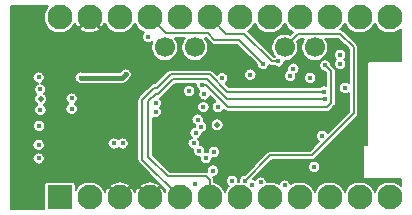
<source format=gbr>
G04 #@! TF.GenerationSoftware,KiCad,Pcbnew,5.1.5+dfsg1-2build2*
G04 #@! TF.CreationDate,2021-03-15T22:22:59+01:00*
G04 #@! TF.ProjectId,ProMicro_ESP,50726f4d-6963-4726-9f5f-4553502e6b69,v1.0*
G04 #@! TF.SameCoordinates,Original*
G04 #@! TF.FileFunction,Copper,L3,Inr*
G04 #@! TF.FilePolarity,Positive*
%FSLAX46Y46*%
G04 Gerber Fmt 4.6, Leading zero omitted, Abs format (unit mm)*
G04 Created by KiCad*
%MOMM*%
%LPD*%
G04 APERTURE LIST*
%ADD10C,1.700000*%
%ADD11C,2.100000*%
%ADD12R,2.100000X2.100000*%
%ADD13C,0.500000*%
%ADD14C,0.450000*%
%ADD15C,0.200000*%
%ADD16C,0.400000*%
G04 APERTURE END LIST*
D10*
X135890000Y-82550000D03*
X133350000Y-82550000D03*
X143510000Y-82550000D03*
X146050000Y-82550000D03*
D11*
X124460000Y-80010000D03*
X127000000Y-80010000D03*
X129540000Y-80010000D03*
X152400000Y-95250000D03*
X132080000Y-80010000D03*
X149860000Y-95250000D03*
X134620000Y-80010000D03*
X147320000Y-95250000D03*
X137160000Y-80010000D03*
X144780000Y-95250000D03*
X139700000Y-80010000D03*
X142240000Y-95250000D03*
X142240000Y-80010000D03*
X139700000Y-95250000D03*
X144780000Y-80010000D03*
X137160000Y-95250000D03*
X147320000Y-80010000D03*
X134620000Y-95250000D03*
X149860000Y-80010000D03*
X132080000Y-95250000D03*
X152400000Y-80010000D03*
X129540000Y-95250000D03*
X127000000Y-95250000D03*
D12*
X124460000Y-95250000D03*
D13*
X142875000Y-90805000D03*
D14*
X146685000Y-89090500D03*
X147193000Y-91059000D03*
X148082000Y-91186000D03*
X148971000Y-91313000D03*
X149860000Y-90805000D03*
X150368000Y-89027000D03*
X150368000Y-89662000D03*
X150368000Y-90297000D03*
X150368000Y-88392000D03*
X150368000Y-87757000D03*
X150368000Y-87122000D03*
X150368000Y-86487000D03*
X150368000Y-85852000D03*
X150368000Y-85217000D03*
X150368000Y-84582000D03*
X149987000Y-93091000D03*
X149987000Y-84074000D03*
X149987000Y-83439000D03*
X149987000Y-82804000D03*
X149860000Y-91567000D03*
X146050000Y-94234000D03*
X122682000Y-90043000D03*
X120904000Y-94615000D03*
X121793000Y-94615000D03*
X122682000Y-94615000D03*
X120904000Y-80645000D03*
X121793000Y-80645000D03*
X122682000Y-80645000D03*
X146685000Y-92329000D03*
X132969000Y-90424000D03*
X128905000Y-88138000D03*
X130048000Y-86741000D03*
X141605000Y-90805000D03*
X132842000Y-85090000D03*
X125349000Y-90678000D03*
X125349000Y-91313000D03*
X124460000Y-83566000D03*
X123571000Y-83566000D03*
X147574000Y-82804000D03*
X148590000Y-90551000D03*
X133731000Y-90424000D03*
X131318000Y-84963000D03*
X147574000Y-82042000D03*
X148209000Y-82423000D03*
X133985000Y-92583000D03*
D13*
X144145000Y-90805000D03*
D14*
X140462000Y-90805000D03*
D13*
X140970000Y-81026000D03*
X139065000Y-82550000D03*
X133731000Y-88074500D03*
D14*
X144780000Y-83693000D03*
D13*
X127508000Y-83058000D03*
D14*
X146685000Y-90043000D03*
X148209000Y-83947000D03*
X146005567Y-92656978D03*
X141656859Y-83943285D03*
X135890000Y-94107000D03*
X142984990Y-83731647D03*
X140606848Y-84854003D03*
X137504344Y-91387833D03*
X136844115Y-91930990D03*
X148607010Y-85965487D03*
X148209000Y-83185000D03*
X146939000Y-84074000D03*
X136542010Y-85761021D03*
X145669000Y-85126021D03*
X143980701Y-84945990D03*
X146909955Y-86943415D03*
X146853937Y-86293072D03*
X129032000Y-90678000D03*
X141478000Y-93980000D03*
X129794000Y-90678000D03*
X140742995Y-94207005D03*
X138229739Y-85163261D03*
X144254990Y-84345010D03*
X137428134Y-92973944D03*
X139065000Y-93853000D03*
X136271000Y-91313000D03*
X137855250Y-87591554D03*
X136715500Y-86530977D03*
X135432399Y-86250010D03*
X122826010Y-87820500D03*
X143510000Y-94234000D03*
X140159967Y-93843178D03*
X122682000Y-91948000D03*
X135805510Y-90670527D03*
X122682000Y-90805000D03*
X135976457Y-89771778D03*
X136428174Y-89246768D03*
X122730009Y-89179169D03*
X122809000Y-86106000D03*
X136142268Y-88663010D03*
X122682000Y-85090000D03*
X136634990Y-87612990D03*
X130048008Y-84836000D03*
X126238000Y-85107010D03*
X131953000Y-81661000D03*
X132588000Y-88011000D03*
X125476000Y-87757000D03*
X125476000Y-86868000D03*
X132588000Y-87266010D03*
D13*
X137795000Y-89107990D03*
X122851000Y-86931500D03*
D15*
X133430001Y-81360001D02*
X132080000Y-80010000D01*
X136986001Y-81360001D02*
X133430001Y-81360001D01*
X137541000Y-81915000D02*
X136986001Y-81360001D01*
X139628574Y-81915000D02*
X137541000Y-81915000D01*
X141656859Y-83943285D02*
X139628574Y-81915000D01*
X140081000Y-81407000D02*
X142405647Y-83731647D01*
X142405647Y-83731647D02*
X142984990Y-83731647D01*
X138557000Y-81407000D02*
X140081000Y-81407000D01*
X137160000Y-80010000D02*
X138557000Y-81407000D01*
X136860208Y-85761021D02*
X136542010Y-85761021D01*
X146939000Y-84074000D02*
X147447000Y-84582000D01*
X147447000Y-84582000D02*
X147447000Y-87249000D01*
X147447000Y-87249000D02*
X147102012Y-87593988D01*
X147102012Y-87593988D02*
X138693175Y-87593988D01*
X138693175Y-87593988D02*
X136860208Y-85761021D01*
X137160000Y-95250000D02*
X137160000Y-93765076D01*
X132787702Y-86487000D02*
X134038691Y-85236011D01*
X131953000Y-91821000D02*
X131953000Y-87122000D01*
X137160000Y-93765076D02*
X136866924Y-93472000D01*
X136959661Y-85236011D02*
X138667065Y-86943415D01*
X136866924Y-93472000D02*
X133604000Y-93472000D01*
X133604000Y-93472000D02*
X131953000Y-91821000D01*
X146591757Y-86943415D02*
X146909955Y-86943415D01*
X134038691Y-85236011D02*
X136959661Y-85236011D01*
X138667065Y-86943415D02*
X146591757Y-86943415D01*
X132588000Y-86487000D02*
X132787702Y-86487000D01*
X131953000Y-87122000D02*
X132588000Y-86487000D01*
X132461000Y-85979000D02*
X131445000Y-86995000D01*
X131445000Y-86995000D02*
X131445000Y-92075000D01*
X132730002Y-85979000D02*
X132461000Y-85979000D01*
X133873002Y-84836000D02*
X132730002Y-85979000D01*
X138617072Y-86293072D02*
X137160000Y-84836000D01*
X137160000Y-84836000D02*
X133873002Y-84836000D01*
X131445000Y-92075000D02*
X134620000Y-95250000D01*
X146853937Y-86293072D02*
X138617072Y-86293072D01*
X142309145Y-91694000D02*
X140159967Y-93843178D01*
X149352000Y-88138000D02*
X145796000Y-91694000D01*
X149352000Y-82550000D02*
X149352000Y-88138000D01*
X148201999Y-81399999D02*
X149352000Y-82550000D01*
X144660001Y-81399999D02*
X148201999Y-81399999D01*
X145796000Y-91694000D02*
X142309145Y-91694000D01*
X143510000Y-82550000D02*
X144660001Y-81399999D01*
D16*
X130048008Y-84836000D02*
X129776998Y-85107010D01*
X129776998Y-85107010D02*
X126238000Y-85107010D01*
D15*
G36*
X123411387Y-79149425D02*
G01*
X123263646Y-79370535D01*
X123161880Y-79616220D01*
X123110000Y-79877037D01*
X123110000Y-80142963D01*
X123161880Y-80403780D01*
X123263646Y-80649465D01*
X123411387Y-80870575D01*
X123599425Y-81058613D01*
X123820535Y-81206354D01*
X124066220Y-81308120D01*
X124327037Y-81360000D01*
X124592963Y-81360000D01*
X124853780Y-81308120D01*
X125099465Y-81206354D01*
X125320575Y-81058613D01*
X125428343Y-80950845D01*
X126129866Y-80950845D01*
X126243644Y-81136101D01*
X126477869Y-81262021D01*
X126732159Y-81339827D01*
X126996742Y-81366528D01*
X127261449Y-81341098D01*
X127516110Y-81264515D01*
X127750937Y-81139721D01*
X127756356Y-81136101D01*
X127870134Y-80950845D01*
X127000000Y-80080711D01*
X126129866Y-80950845D01*
X125428343Y-80950845D01*
X125508613Y-80870575D01*
X125656354Y-80649465D01*
X125729486Y-80472909D01*
X125745485Y-80526110D01*
X125870279Y-80760937D01*
X125873899Y-80766356D01*
X126059155Y-80880134D01*
X126929289Y-80010000D01*
X126915147Y-79995858D01*
X126985858Y-79925147D01*
X127000000Y-79939289D01*
X127014142Y-79925147D01*
X127084853Y-79995858D01*
X127070711Y-80010000D01*
X127940845Y-80880134D01*
X128126101Y-80766356D01*
X128252021Y-80532131D01*
X128270300Y-80472391D01*
X128343646Y-80649465D01*
X128491387Y-80870575D01*
X128679425Y-81058613D01*
X128900535Y-81206354D01*
X129146220Y-81308120D01*
X129407037Y-81360000D01*
X129672963Y-81360000D01*
X129933780Y-81308120D01*
X130179465Y-81206354D01*
X130400575Y-81058613D01*
X130588613Y-80870575D01*
X130736354Y-80649465D01*
X130810000Y-80471668D01*
X130883646Y-80649465D01*
X131031387Y-80870575D01*
X131219425Y-81058613D01*
X131440535Y-81206354D01*
X131599386Y-81272152D01*
X131545206Y-81326332D01*
X131487751Y-81412319D01*
X131448176Y-81507863D01*
X131428000Y-81609292D01*
X131428000Y-81712708D01*
X131448176Y-81814137D01*
X131487751Y-81909681D01*
X131545206Y-81995668D01*
X131618332Y-82068794D01*
X131704319Y-82126249D01*
X131799863Y-82165824D01*
X131901292Y-82186000D01*
X132004708Y-82186000D01*
X132106137Y-82165824D01*
X132201681Y-82126249D01*
X132287668Y-82068794D01*
X132316525Y-82039937D01*
X132244194Y-82214557D01*
X132200000Y-82436735D01*
X132200000Y-82663265D01*
X132244194Y-82885443D01*
X132330884Y-83094729D01*
X132456737Y-83283082D01*
X132616918Y-83443263D01*
X132805271Y-83569116D01*
X133014557Y-83655806D01*
X133236735Y-83700000D01*
X133463265Y-83700000D01*
X133685443Y-83655806D01*
X133894729Y-83569116D01*
X134083082Y-83443263D01*
X134243263Y-83283082D01*
X134369116Y-83094729D01*
X134455806Y-82885443D01*
X134500000Y-82663265D01*
X134500000Y-82436735D01*
X134455806Y-82214557D01*
X134369116Y-82005271D01*
X134243263Y-81816918D01*
X134186346Y-81760001D01*
X135053654Y-81760001D01*
X134996737Y-81816918D01*
X134870884Y-82005271D01*
X134784194Y-82214557D01*
X134740000Y-82436735D01*
X134740000Y-82663265D01*
X134784194Y-82885443D01*
X134870884Y-83094729D01*
X134996737Y-83283082D01*
X135156918Y-83443263D01*
X135345271Y-83569116D01*
X135554557Y-83655806D01*
X135776735Y-83700000D01*
X136003265Y-83700000D01*
X136225443Y-83655806D01*
X136434729Y-83569116D01*
X136623082Y-83443263D01*
X136783263Y-83283082D01*
X136909116Y-83094729D01*
X136995806Y-82885443D01*
X137040000Y-82663265D01*
X137040000Y-82436735D01*
X136995806Y-82214557D01*
X136909116Y-82005271D01*
X136783263Y-81816918D01*
X136726346Y-81760001D01*
X136820316Y-81760001D01*
X137244267Y-82183953D01*
X137256789Y-82199211D01*
X137272047Y-82211733D01*
X137272049Y-82211735D01*
X137275488Y-82214557D01*
X137317697Y-82249197D01*
X137387186Y-82286340D01*
X137462586Y-82309212D01*
X137521353Y-82315000D01*
X137521363Y-82315000D01*
X137540999Y-82316934D01*
X137560635Y-82315000D01*
X139462889Y-82315000D01*
X141131859Y-83983971D01*
X141131859Y-83994993D01*
X141152035Y-84096422D01*
X141191610Y-84191966D01*
X141249065Y-84277953D01*
X141322191Y-84351079D01*
X141408178Y-84408534D01*
X141503722Y-84448109D01*
X141605151Y-84468285D01*
X141708567Y-84468285D01*
X141809996Y-84448109D01*
X141905540Y-84408534D01*
X141991527Y-84351079D01*
X142064653Y-84277953D01*
X142122108Y-84191966D01*
X142161683Y-84096422D01*
X142169811Y-84055559D01*
X142182344Y-84065844D01*
X142251833Y-84102987D01*
X142327233Y-84125859D01*
X142386000Y-84131647D01*
X142386010Y-84131647D01*
X142405646Y-84133581D01*
X142425282Y-84131647D01*
X142642528Y-84131647D01*
X142650322Y-84139441D01*
X142736309Y-84196896D01*
X142831853Y-84236471D01*
X142933282Y-84256647D01*
X143036698Y-84256647D01*
X143138127Y-84236471D01*
X143233671Y-84196896D01*
X143319658Y-84139441D01*
X143392784Y-84066315D01*
X143450239Y-83980328D01*
X143489814Y-83884784D01*
X143509990Y-83783355D01*
X143509990Y-83700000D01*
X143623265Y-83700000D01*
X143845443Y-83655806D01*
X144054729Y-83569116D01*
X144243082Y-83443263D01*
X144403263Y-83283082D01*
X144529116Y-83094729D01*
X144615806Y-82885443D01*
X144660000Y-82663265D01*
X144660000Y-82436735D01*
X144615806Y-82214557D01*
X144555857Y-82069829D01*
X144825687Y-81799999D01*
X145173656Y-81799999D01*
X145156737Y-81816918D01*
X145030884Y-82005271D01*
X144944194Y-82214557D01*
X144900000Y-82436735D01*
X144900000Y-82663265D01*
X144944194Y-82885443D01*
X145030884Y-83094729D01*
X145156737Y-83283082D01*
X145316918Y-83443263D01*
X145505271Y-83569116D01*
X145714557Y-83655806D01*
X145936735Y-83700000D01*
X146163265Y-83700000D01*
X146385443Y-83655806D01*
X146594729Y-83569116D01*
X146783082Y-83443263D01*
X146943263Y-83283082D01*
X147043349Y-83133292D01*
X147684000Y-83133292D01*
X147684000Y-83236708D01*
X147704176Y-83338137D01*
X147743751Y-83433681D01*
X147801206Y-83519668D01*
X147847538Y-83566000D01*
X147801206Y-83612332D01*
X147743751Y-83698319D01*
X147704176Y-83793863D01*
X147684000Y-83895292D01*
X147684000Y-83998708D01*
X147704176Y-84100137D01*
X147743751Y-84195681D01*
X147801206Y-84281668D01*
X147874332Y-84354794D01*
X147960319Y-84412249D01*
X148055863Y-84451824D01*
X148157292Y-84472000D01*
X148260708Y-84472000D01*
X148362137Y-84451824D01*
X148457681Y-84412249D01*
X148543668Y-84354794D01*
X148616794Y-84281668D01*
X148674249Y-84195681D01*
X148713824Y-84100137D01*
X148734000Y-83998708D01*
X148734000Y-83895292D01*
X148713824Y-83793863D01*
X148674249Y-83698319D01*
X148616794Y-83612332D01*
X148570462Y-83566000D01*
X148616794Y-83519668D01*
X148674249Y-83433681D01*
X148713824Y-83338137D01*
X148734000Y-83236708D01*
X148734000Y-83133292D01*
X148713824Y-83031863D01*
X148674249Y-82936319D01*
X148616794Y-82850332D01*
X148543668Y-82777206D01*
X148457681Y-82719751D01*
X148362137Y-82680176D01*
X148260708Y-82660000D01*
X148157292Y-82660000D01*
X148055863Y-82680176D01*
X147960319Y-82719751D01*
X147874332Y-82777206D01*
X147801206Y-82850332D01*
X147743751Y-82936319D01*
X147704176Y-83031863D01*
X147684000Y-83133292D01*
X147043349Y-83133292D01*
X147069116Y-83094729D01*
X147155806Y-82885443D01*
X147200000Y-82663265D01*
X147200000Y-82436735D01*
X147155806Y-82214557D01*
X147069116Y-82005271D01*
X146943263Y-81816918D01*
X146926344Y-81799999D01*
X148036314Y-81799999D01*
X148952000Y-82715686D01*
X148952001Y-85568016D01*
X148941678Y-85557693D01*
X148855691Y-85500238D01*
X148760147Y-85460663D01*
X148658718Y-85440487D01*
X148555302Y-85440487D01*
X148453873Y-85460663D01*
X148358329Y-85500238D01*
X148272342Y-85557693D01*
X148199216Y-85630819D01*
X148141761Y-85716806D01*
X148102186Y-85812350D01*
X148082010Y-85913779D01*
X148082010Y-86017195D01*
X148102186Y-86118624D01*
X148141761Y-86214168D01*
X148199216Y-86300155D01*
X148272342Y-86373281D01*
X148358329Y-86430736D01*
X148453873Y-86470311D01*
X148555302Y-86490487D01*
X148658718Y-86490487D01*
X148760147Y-86470311D01*
X148855691Y-86430736D01*
X148941678Y-86373281D01*
X148952001Y-86362958D01*
X148952001Y-87972314D01*
X147142137Y-89782178D01*
X147092794Y-89708332D01*
X147019668Y-89635206D01*
X146933681Y-89577751D01*
X146838137Y-89538176D01*
X146736708Y-89518000D01*
X146633292Y-89518000D01*
X146531863Y-89538176D01*
X146436319Y-89577751D01*
X146350332Y-89635206D01*
X146277206Y-89708332D01*
X146219751Y-89794319D01*
X146180176Y-89889863D01*
X146160000Y-89991292D01*
X146160000Y-90094708D01*
X146180176Y-90196137D01*
X146219751Y-90291681D01*
X146277206Y-90377668D01*
X146350332Y-90450794D01*
X146424178Y-90500137D01*
X145630315Y-91294000D01*
X142328792Y-91294000D01*
X142309145Y-91292065D01*
X142289498Y-91294000D01*
X142230731Y-91299788D01*
X142155331Y-91322660D01*
X142085842Y-91359803D01*
X142024934Y-91409789D01*
X142012410Y-91425050D01*
X140119282Y-93318178D01*
X140108259Y-93318178D01*
X140006830Y-93338354D01*
X139911286Y-93377929D01*
X139825299Y-93435384D01*
X139752173Y-93508510D01*
X139694718Y-93594497D01*
X139655143Y-93690041D01*
X139634967Y-93791470D01*
X139634967Y-93894886D01*
X139635984Y-93900000D01*
X139590000Y-93900000D01*
X139590000Y-93801292D01*
X139569824Y-93699863D01*
X139530249Y-93604319D01*
X139472794Y-93518332D01*
X139399668Y-93445206D01*
X139313681Y-93387751D01*
X139218137Y-93348176D01*
X139116708Y-93328000D01*
X139013292Y-93328000D01*
X138911863Y-93348176D01*
X138816319Y-93387751D01*
X138730332Y-93445206D01*
X138657206Y-93518332D01*
X138599751Y-93604319D01*
X138560176Y-93699863D01*
X138540000Y-93801292D01*
X138540000Y-93904708D01*
X138560176Y-94006137D01*
X138599751Y-94101681D01*
X138657206Y-94187668D01*
X138730332Y-94260794D01*
X138760117Y-94280695D01*
X138651387Y-94389425D01*
X138503646Y-94610535D01*
X138430000Y-94788332D01*
X138356354Y-94610535D01*
X138208613Y-94389425D01*
X138020575Y-94201387D01*
X137799465Y-94053646D01*
X137560000Y-93954456D01*
X137560000Y-93784719D01*
X137561935Y-93765075D01*
X137558399Y-93729176D01*
X137554212Y-93686662D01*
X137531340Y-93611262D01*
X137494197Y-93541773D01*
X137459048Y-93498944D01*
X137479842Y-93498944D01*
X137581271Y-93478768D01*
X137676815Y-93439193D01*
X137762802Y-93381738D01*
X137835928Y-93308612D01*
X137893383Y-93222625D01*
X137932958Y-93127081D01*
X137953134Y-93025652D01*
X137953134Y-92922236D01*
X137932958Y-92820807D01*
X137893383Y-92725263D01*
X137835928Y-92639276D01*
X137762802Y-92566150D01*
X137676815Y-92508695D01*
X137581271Y-92469120D01*
X137479842Y-92448944D01*
X137376426Y-92448944D01*
X137274997Y-92469120D01*
X137179453Y-92508695D01*
X137093466Y-92566150D01*
X137020340Y-92639276D01*
X136962885Y-92725263D01*
X136923310Y-92820807D01*
X136903134Y-92922236D01*
X136903134Y-93025652D01*
X136912869Y-93074590D01*
X136886571Y-93072000D01*
X136886570Y-93072000D01*
X136866924Y-93070065D01*
X136847278Y-93072000D01*
X133769685Y-93072000D01*
X132353000Y-91655315D01*
X132353000Y-90618819D01*
X135280510Y-90618819D01*
X135280510Y-90722235D01*
X135300686Y-90823664D01*
X135340261Y-90919208D01*
X135397716Y-91005195D01*
X135470842Y-91078321D01*
X135556829Y-91135776D01*
X135652373Y-91175351D01*
X135753802Y-91195527D01*
X135759082Y-91195527D01*
X135746000Y-91261292D01*
X135746000Y-91364708D01*
X135766176Y-91466137D01*
X135805751Y-91561681D01*
X135863206Y-91647668D01*
X135936332Y-91720794D01*
X136022319Y-91778249D01*
X136117863Y-91817824D01*
X136219292Y-91838000D01*
X136322708Y-91838000D01*
X136327517Y-91837043D01*
X136319115Y-91879282D01*
X136319115Y-91982698D01*
X136339291Y-92084127D01*
X136378866Y-92179671D01*
X136436321Y-92265658D01*
X136509447Y-92338784D01*
X136595434Y-92396239D01*
X136690978Y-92435814D01*
X136792407Y-92455990D01*
X136895823Y-92455990D01*
X136997252Y-92435814D01*
X137092796Y-92396239D01*
X137178783Y-92338784D01*
X137251909Y-92265658D01*
X137309364Y-92179671D01*
X137348939Y-92084127D01*
X137369115Y-91982698D01*
X137369115Y-91896219D01*
X137452636Y-91912833D01*
X137556052Y-91912833D01*
X137657481Y-91892657D01*
X137753025Y-91853082D01*
X137839012Y-91795627D01*
X137912138Y-91722501D01*
X137969593Y-91636514D01*
X138009168Y-91540970D01*
X138029344Y-91439541D01*
X138029344Y-91336125D01*
X138009168Y-91234696D01*
X137969593Y-91139152D01*
X137912138Y-91053165D01*
X137839012Y-90980039D01*
X137753025Y-90922584D01*
X137657481Y-90883009D01*
X137556052Y-90862833D01*
X137452636Y-90862833D01*
X137351207Y-90883009D01*
X137255663Y-90922584D01*
X137169676Y-90980039D01*
X137096550Y-91053165D01*
X137039095Y-91139152D01*
X136999520Y-91234696D01*
X136979344Y-91336125D01*
X136979344Y-91422604D01*
X136895823Y-91405990D01*
X136792407Y-91405990D01*
X136787598Y-91406947D01*
X136796000Y-91364708D01*
X136796000Y-91261292D01*
X136775824Y-91159863D01*
X136736249Y-91064319D01*
X136678794Y-90978332D01*
X136605668Y-90905206D01*
X136519681Y-90847751D01*
X136424137Y-90808176D01*
X136322708Y-90788000D01*
X136317428Y-90788000D01*
X136330510Y-90722235D01*
X136330510Y-90618819D01*
X136310334Y-90517390D01*
X136270759Y-90421846D01*
X136213304Y-90335859D01*
X136146885Y-90269440D01*
X136225138Y-90237027D01*
X136311125Y-90179572D01*
X136384251Y-90106446D01*
X136441706Y-90020459D01*
X136481281Y-89924915D01*
X136501457Y-89823486D01*
X136501457Y-89767476D01*
X136581311Y-89751592D01*
X136676855Y-89712017D01*
X136762842Y-89654562D01*
X136835968Y-89581436D01*
X136893423Y-89495449D01*
X136932998Y-89399905D01*
X136953174Y-89298476D01*
X136953174Y-89195060D01*
X136932998Y-89093631D01*
X136916509Y-89053820D01*
X137245000Y-89053820D01*
X137245000Y-89162160D01*
X137266136Y-89268419D01*
X137307597Y-89368513D01*
X137367787Y-89458594D01*
X137444396Y-89535203D01*
X137534477Y-89595393D01*
X137634571Y-89636854D01*
X137740830Y-89657990D01*
X137849170Y-89657990D01*
X137955429Y-89636854D01*
X138055523Y-89595393D01*
X138145604Y-89535203D01*
X138222213Y-89458594D01*
X138282403Y-89368513D01*
X138323864Y-89268419D01*
X138345000Y-89162160D01*
X138345000Y-89053820D01*
X138323864Y-88947561D01*
X138282403Y-88847467D01*
X138222213Y-88757386D01*
X138145604Y-88680777D01*
X138055523Y-88620587D01*
X137955429Y-88579126D01*
X137849170Y-88557990D01*
X137740830Y-88557990D01*
X137634571Y-88579126D01*
X137534477Y-88620587D01*
X137444396Y-88680777D01*
X137367787Y-88757386D01*
X137307597Y-88847467D01*
X137266136Y-88947561D01*
X137245000Y-89053820D01*
X136916509Y-89053820D01*
X136893423Y-88998087D01*
X136835968Y-88912100D01*
X136762842Y-88838974D01*
X136676855Y-88781519D01*
X136655721Y-88772765D01*
X136667268Y-88714718D01*
X136667268Y-88611302D01*
X136647092Y-88509873D01*
X136607517Y-88414329D01*
X136550062Y-88328342D01*
X136476936Y-88255216D01*
X136390949Y-88197761D01*
X136295405Y-88158186D01*
X136193976Y-88138010D01*
X136090560Y-88138010D01*
X135989131Y-88158186D01*
X135893587Y-88197761D01*
X135807600Y-88255216D01*
X135734474Y-88328342D01*
X135677019Y-88414329D01*
X135637444Y-88509873D01*
X135617268Y-88611302D01*
X135617268Y-88714718D01*
X135637444Y-88816147D01*
X135677019Y-88911691D01*
X135734474Y-88997678D01*
X135807600Y-89070804D01*
X135893587Y-89128259D01*
X135914721Y-89137013D01*
X135903174Y-89195060D01*
X135903174Y-89251070D01*
X135823320Y-89266954D01*
X135727776Y-89306529D01*
X135641789Y-89363984D01*
X135568663Y-89437110D01*
X135511208Y-89523097D01*
X135471633Y-89618641D01*
X135451457Y-89720070D01*
X135451457Y-89823486D01*
X135471633Y-89924915D01*
X135511208Y-90020459D01*
X135568663Y-90106446D01*
X135635082Y-90172865D01*
X135556829Y-90205278D01*
X135470842Y-90262733D01*
X135397716Y-90335859D01*
X135340261Y-90421846D01*
X135300686Y-90517390D01*
X135280510Y-90618819D01*
X132353000Y-90618819D01*
X132353000Y-88481916D01*
X132434863Y-88515824D01*
X132536292Y-88536000D01*
X132639708Y-88536000D01*
X132741137Y-88515824D01*
X132836681Y-88476249D01*
X132922668Y-88418794D01*
X132995794Y-88345668D01*
X133053249Y-88259681D01*
X133092824Y-88164137D01*
X133113000Y-88062708D01*
X133113000Y-87959292D01*
X133092824Y-87857863D01*
X133053249Y-87762319D01*
X132995794Y-87676332D01*
X132957967Y-87638505D01*
X132995794Y-87600678D01*
X133022117Y-87561282D01*
X136109990Y-87561282D01*
X136109990Y-87664698D01*
X136130166Y-87766127D01*
X136169741Y-87861671D01*
X136227196Y-87947658D01*
X136300322Y-88020784D01*
X136386309Y-88078239D01*
X136481853Y-88117814D01*
X136583282Y-88137990D01*
X136686698Y-88137990D01*
X136788127Y-88117814D01*
X136883671Y-88078239D01*
X136969658Y-88020784D01*
X137042784Y-87947658D01*
X137100239Y-87861671D01*
X137139814Y-87766127D01*
X137159990Y-87664698D01*
X137159990Y-87561282D01*
X137139814Y-87459853D01*
X137100239Y-87364309D01*
X137042784Y-87278322D01*
X136969658Y-87205196D01*
X136883671Y-87147741D01*
X136788127Y-87108166D01*
X136686698Y-87087990D01*
X136583282Y-87087990D01*
X136481853Y-87108166D01*
X136386309Y-87147741D01*
X136300322Y-87205196D01*
X136227196Y-87278322D01*
X136169741Y-87364309D01*
X136130166Y-87459853D01*
X136109990Y-87561282D01*
X133022117Y-87561282D01*
X133053249Y-87514691D01*
X133092824Y-87419147D01*
X133113000Y-87317718D01*
X133113000Y-87214302D01*
X133092824Y-87112873D01*
X133053249Y-87017329D01*
X132995794Y-86931342D01*
X132927150Y-86862698D01*
X132941516Y-86858340D01*
X133011005Y-86821197D01*
X133071913Y-86771211D01*
X133084439Y-86755948D01*
X133642085Y-86198302D01*
X134907399Y-86198302D01*
X134907399Y-86301718D01*
X134927575Y-86403147D01*
X134967150Y-86498691D01*
X135024605Y-86584678D01*
X135097731Y-86657804D01*
X135183718Y-86715259D01*
X135279262Y-86754834D01*
X135380691Y-86775010D01*
X135484107Y-86775010D01*
X135585536Y-86754834D01*
X135681080Y-86715259D01*
X135767067Y-86657804D01*
X135840193Y-86584678D01*
X135897648Y-86498691D01*
X135937223Y-86403147D01*
X135957399Y-86301718D01*
X135957399Y-86198302D01*
X135937223Y-86096873D01*
X135897648Y-86001329D01*
X135840193Y-85915342D01*
X135767067Y-85842216D01*
X135681080Y-85784761D01*
X135585536Y-85745186D01*
X135484107Y-85725010D01*
X135380691Y-85725010D01*
X135279262Y-85745186D01*
X135183718Y-85784761D01*
X135097731Y-85842216D01*
X135024605Y-85915342D01*
X134967150Y-86001329D01*
X134927575Y-86096873D01*
X134907399Y-86198302D01*
X133642085Y-86198302D01*
X134204376Y-85636011D01*
X136031591Y-85636011D01*
X136017010Y-85709313D01*
X136017010Y-85812729D01*
X136037186Y-85914158D01*
X136076761Y-86009702D01*
X136134216Y-86095689D01*
X136207342Y-86168815D01*
X136289428Y-86223664D01*
X136250251Y-86282296D01*
X136210676Y-86377840D01*
X136190500Y-86479269D01*
X136190500Y-86582685D01*
X136210676Y-86684114D01*
X136250251Y-86779658D01*
X136307706Y-86865645D01*
X136380832Y-86938771D01*
X136466819Y-86996226D01*
X136562363Y-87035801D01*
X136663792Y-87055977D01*
X136767208Y-87055977D01*
X136868637Y-87035801D01*
X136964181Y-86996226D01*
X137050168Y-86938771D01*
X137123294Y-86865645D01*
X137180749Y-86779658D01*
X137219531Y-86686029D01*
X137644214Y-87110712D01*
X137606569Y-87126305D01*
X137520582Y-87183760D01*
X137447456Y-87256886D01*
X137390001Y-87342873D01*
X137350426Y-87438417D01*
X137330250Y-87539846D01*
X137330250Y-87643262D01*
X137350426Y-87744691D01*
X137390001Y-87840235D01*
X137447456Y-87926222D01*
X137520582Y-87999348D01*
X137606569Y-88056803D01*
X137702113Y-88096378D01*
X137803542Y-88116554D01*
X137906958Y-88116554D01*
X138008387Y-88096378D01*
X138103931Y-88056803D01*
X138189918Y-87999348D01*
X138263044Y-87926222D01*
X138320499Y-87840235D01*
X138336092Y-87802591D01*
X138396442Y-87862941D01*
X138408964Y-87878199D01*
X138424222Y-87890721D01*
X138424224Y-87890723D01*
X138469872Y-87928185D01*
X138539361Y-87965328D01*
X138614761Y-87988200D01*
X138693175Y-87995923D01*
X138712822Y-87993988D01*
X147082366Y-87993988D01*
X147102012Y-87995923D01*
X147121658Y-87993988D01*
X147121659Y-87993988D01*
X147180426Y-87988200D01*
X147255826Y-87965328D01*
X147325315Y-87928185D01*
X147386223Y-87878199D01*
X147398749Y-87862936D01*
X147715948Y-87545737D01*
X147731211Y-87533211D01*
X147781197Y-87472303D01*
X147818340Y-87402814D01*
X147841212Y-87327414D01*
X147847000Y-87268647D01*
X147848935Y-87249000D01*
X147847000Y-87229353D01*
X147847000Y-84601635D01*
X147848934Y-84581999D01*
X147847000Y-84562363D01*
X147847000Y-84562353D01*
X147841212Y-84503586D01*
X147818340Y-84428186D01*
X147781197Y-84358697D01*
X147731211Y-84297789D01*
X147715949Y-84285264D01*
X147464000Y-84033315D01*
X147464000Y-84022292D01*
X147443824Y-83920863D01*
X147404249Y-83825319D01*
X147346794Y-83739332D01*
X147273668Y-83666206D01*
X147187681Y-83608751D01*
X147092137Y-83569176D01*
X146990708Y-83549000D01*
X146887292Y-83549000D01*
X146785863Y-83569176D01*
X146690319Y-83608751D01*
X146604332Y-83666206D01*
X146531206Y-83739332D01*
X146473751Y-83825319D01*
X146434176Y-83920863D01*
X146414000Y-84022292D01*
X146414000Y-84125708D01*
X146434176Y-84227137D01*
X146473751Y-84322681D01*
X146531206Y-84408668D01*
X146604332Y-84481794D01*
X146690319Y-84539249D01*
X146785863Y-84578824D01*
X146887292Y-84599000D01*
X146898315Y-84599000D01*
X147047000Y-84747685D01*
X147047000Y-85804786D01*
X147007074Y-85788248D01*
X146905645Y-85768072D01*
X146802229Y-85768072D01*
X146700800Y-85788248D01*
X146605256Y-85827823D01*
X146519269Y-85885278D01*
X146511475Y-85893072D01*
X138782758Y-85893072D01*
X138502264Y-85612578D01*
X138564407Y-85571055D01*
X138637533Y-85497929D01*
X138694988Y-85411942D01*
X138734563Y-85316398D01*
X138754739Y-85214969D01*
X138754739Y-85111553D01*
X138734563Y-85010124D01*
X138694988Y-84914580D01*
X138637533Y-84828593D01*
X138611235Y-84802295D01*
X140081848Y-84802295D01*
X140081848Y-84905711D01*
X140102024Y-85007140D01*
X140141599Y-85102684D01*
X140199054Y-85188671D01*
X140272180Y-85261797D01*
X140358167Y-85319252D01*
X140453711Y-85358827D01*
X140555140Y-85379003D01*
X140658556Y-85379003D01*
X140759985Y-85358827D01*
X140855529Y-85319252D01*
X140941516Y-85261797D01*
X141014642Y-85188671D01*
X141072097Y-85102684D01*
X141111672Y-85007140D01*
X141131848Y-84905711D01*
X141131848Y-84894282D01*
X143455701Y-84894282D01*
X143455701Y-84997698D01*
X143475877Y-85099127D01*
X143515452Y-85194671D01*
X143572907Y-85280658D01*
X143646033Y-85353784D01*
X143732020Y-85411239D01*
X143827564Y-85450814D01*
X143928993Y-85470990D01*
X144032409Y-85470990D01*
X144133838Y-85450814D01*
X144229382Y-85411239D01*
X144315369Y-85353784D01*
X144388495Y-85280658D01*
X144445950Y-85194671D01*
X144485525Y-85099127D01*
X144490460Y-85074313D01*
X145144000Y-85074313D01*
X145144000Y-85177729D01*
X145164176Y-85279158D01*
X145203751Y-85374702D01*
X145261206Y-85460689D01*
X145334332Y-85533815D01*
X145420319Y-85591270D01*
X145515863Y-85630845D01*
X145617292Y-85651021D01*
X145720708Y-85651021D01*
X145822137Y-85630845D01*
X145917681Y-85591270D01*
X146003668Y-85533815D01*
X146076794Y-85460689D01*
X146134249Y-85374702D01*
X146173824Y-85279158D01*
X146194000Y-85177729D01*
X146194000Y-85074313D01*
X146173824Y-84972884D01*
X146134249Y-84877340D01*
X146076794Y-84791353D01*
X146003668Y-84718227D01*
X145917681Y-84660772D01*
X145822137Y-84621197D01*
X145720708Y-84601021D01*
X145617292Y-84601021D01*
X145515863Y-84621197D01*
X145420319Y-84660772D01*
X145334332Y-84718227D01*
X145261206Y-84791353D01*
X145203751Y-84877340D01*
X145164176Y-84972884D01*
X145144000Y-85074313D01*
X144490460Y-85074313D01*
X144505701Y-84997698D01*
X144505701Y-84894282D01*
X144490105Y-84815878D01*
X144503671Y-84810259D01*
X144589658Y-84752804D01*
X144662784Y-84679678D01*
X144720239Y-84593691D01*
X144759814Y-84498147D01*
X144779990Y-84396718D01*
X144779990Y-84293302D01*
X144759814Y-84191873D01*
X144720239Y-84096329D01*
X144662784Y-84010342D01*
X144589658Y-83937216D01*
X144503671Y-83879761D01*
X144408127Y-83840186D01*
X144306698Y-83820010D01*
X144203282Y-83820010D01*
X144101853Y-83840186D01*
X144006309Y-83879761D01*
X143920322Y-83937216D01*
X143847196Y-84010342D01*
X143789741Y-84096329D01*
X143750166Y-84191873D01*
X143729990Y-84293302D01*
X143729990Y-84396718D01*
X143745586Y-84475122D01*
X143732020Y-84480741D01*
X143646033Y-84538196D01*
X143572907Y-84611322D01*
X143515452Y-84697309D01*
X143475877Y-84792853D01*
X143455701Y-84894282D01*
X141131848Y-84894282D01*
X141131848Y-84802295D01*
X141111672Y-84700866D01*
X141072097Y-84605322D01*
X141014642Y-84519335D01*
X140941516Y-84446209D01*
X140855529Y-84388754D01*
X140759985Y-84349179D01*
X140658556Y-84329003D01*
X140555140Y-84329003D01*
X140453711Y-84349179D01*
X140358167Y-84388754D01*
X140272180Y-84446209D01*
X140199054Y-84519335D01*
X140141599Y-84605322D01*
X140102024Y-84700866D01*
X140081848Y-84802295D01*
X138611235Y-84802295D01*
X138564407Y-84755467D01*
X138478420Y-84698012D01*
X138382876Y-84658437D01*
X138281447Y-84638261D01*
X138178031Y-84638261D01*
X138076602Y-84658437D01*
X137981058Y-84698012D01*
X137895071Y-84755467D01*
X137821945Y-84828593D01*
X137780422Y-84890737D01*
X137456737Y-84567052D01*
X137444211Y-84551789D01*
X137383303Y-84501803D01*
X137313814Y-84464660D01*
X137238414Y-84441788D01*
X137179647Y-84436000D01*
X137179646Y-84436000D01*
X137160000Y-84434065D01*
X137140354Y-84436000D01*
X133892637Y-84436000D01*
X133873001Y-84434066D01*
X133853365Y-84436000D01*
X133853355Y-84436000D01*
X133794588Y-84441788D01*
X133719188Y-84464660D01*
X133649699Y-84501803D01*
X133617497Y-84528231D01*
X133604051Y-84539265D01*
X133604049Y-84539267D01*
X133588791Y-84551789D01*
X133576269Y-84567047D01*
X132564317Y-85579000D01*
X132480646Y-85579000D01*
X132461000Y-85577065D01*
X132441353Y-85579000D01*
X132382586Y-85584788D01*
X132307186Y-85607660D01*
X132261631Y-85632010D01*
X132237697Y-85644803D01*
X132192049Y-85682265D01*
X132192047Y-85682267D01*
X132176789Y-85694789D01*
X132164267Y-85710047D01*
X131176052Y-86698263D01*
X131160789Y-86710789D01*
X131110803Y-86771698D01*
X131073660Y-86841187D01*
X131051329Y-86914803D01*
X131050788Y-86916587D01*
X131043065Y-86995000D01*
X131045000Y-87014646D01*
X131045001Y-92055344D01*
X131043065Y-92075000D01*
X131050788Y-92153413D01*
X131073661Y-92228814D01*
X131110803Y-92298302D01*
X131148265Y-92343950D01*
X131148268Y-92343953D01*
X131160790Y-92359211D01*
X131176048Y-92371733D01*
X133421070Y-94616755D01*
X133350514Y-94787091D01*
X133334515Y-94733890D01*
X133209721Y-94499063D01*
X133206101Y-94493644D01*
X133020845Y-94379866D01*
X132150711Y-95250000D01*
X132164853Y-95264142D01*
X132094142Y-95334853D01*
X132080000Y-95320711D01*
X132065858Y-95334853D01*
X131995147Y-95264142D01*
X132009289Y-95250000D01*
X131139155Y-94379866D01*
X130953899Y-94493644D01*
X130827979Y-94727869D01*
X130810189Y-94786011D01*
X130794515Y-94733890D01*
X130669721Y-94499063D01*
X130666101Y-94493644D01*
X130480845Y-94379866D01*
X129610711Y-95250000D01*
X129624853Y-95264142D01*
X129554142Y-95334853D01*
X129540000Y-95320711D01*
X129525858Y-95334853D01*
X129455147Y-95264142D01*
X129469289Y-95250000D01*
X128599155Y-94379866D01*
X128413899Y-94493644D01*
X128287979Y-94727869D01*
X128269700Y-94787609D01*
X128196354Y-94610535D01*
X128048613Y-94389425D01*
X127968343Y-94309155D01*
X128669866Y-94309155D01*
X129540000Y-95179289D01*
X130410134Y-94309155D01*
X131209866Y-94309155D01*
X132080000Y-95179289D01*
X132950134Y-94309155D01*
X132836356Y-94123899D01*
X132602131Y-93997979D01*
X132347841Y-93920173D01*
X132083258Y-93893472D01*
X131818551Y-93918902D01*
X131563890Y-93995485D01*
X131329063Y-94120279D01*
X131323644Y-94123899D01*
X131209866Y-94309155D01*
X130410134Y-94309155D01*
X130296356Y-94123899D01*
X130062131Y-93997979D01*
X129807841Y-93920173D01*
X129543258Y-93893472D01*
X129278551Y-93918902D01*
X129023890Y-93995485D01*
X128789063Y-94120279D01*
X128783644Y-94123899D01*
X128669866Y-94309155D01*
X127968343Y-94309155D01*
X127860575Y-94201387D01*
X127639465Y-94053646D01*
X127393780Y-93951880D01*
X127132963Y-93900000D01*
X126867037Y-93900000D01*
X126606220Y-93951880D01*
X126360535Y-94053646D01*
X126139425Y-94201387D01*
X125951387Y-94389425D01*
X125811451Y-94598854D01*
X125811451Y-94200000D01*
X125805659Y-94141190D01*
X125788504Y-94084640D01*
X125760647Y-94032523D01*
X125723158Y-93986842D01*
X125677477Y-93949353D01*
X125625360Y-93921496D01*
X125568810Y-93904341D01*
X125510000Y-93898549D01*
X123410000Y-93898549D01*
X123351190Y-93904341D01*
X123294640Y-93921496D01*
X123242523Y-93949353D01*
X123196842Y-93986842D01*
X123159353Y-94032523D01*
X123131496Y-94084640D01*
X123114341Y-94141190D01*
X123108549Y-94200000D01*
X123108549Y-96195000D01*
X120340000Y-96195000D01*
X120340000Y-91896292D01*
X122157000Y-91896292D01*
X122157000Y-91999708D01*
X122177176Y-92101137D01*
X122216751Y-92196681D01*
X122274206Y-92282668D01*
X122347332Y-92355794D01*
X122433319Y-92413249D01*
X122528863Y-92452824D01*
X122630292Y-92473000D01*
X122733708Y-92473000D01*
X122835137Y-92452824D01*
X122930681Y-92413249D01*
X123016668Y-92355794D01*
X123089794Y-92282668D01*
X123147249Y-92196681D01*
X123186824Y-92101137D01*
X123207000Y-91999708D01*
X123207000Y-91896292D01*
X123186824Y-91794863D01*
X123147249Y-91699319D01*
X123089794Y-91613332D01*
X123016668Y-91540206D01*
X122930681Y-91482751D01*
X122835137Y-91443176D01*
X122733708Y-91423000D01*
X122630292Y-91423000D01*
X122528863Y-91443176D01*
X122433319Y-91482751D01*
X122347332Y-91540206D01*
X122274206Y-91613332D01*
X122216751Y-91699319D01*
X122177176Y-91794863D01*
X122157000Y-91896292D01*
X120340000Y-91896292D01*
X120340000Y-90753292D01*
X122157000Y-90753292D01*
X122157000Y-90856708D01*
X122177176Y-90958137D01*
X122216751Y-91053681D01*
X122274206Y-91139668D01*
X122347332Y-91212794D01*
X122433319Y-91270249D01*
X122528863Y-91309824D01*
X122630292Y-91330000D01*
X122733708Y-91330000D01*
X122835137Y-91309824D01*
X122930681Y-91270249D01*
X123016668Y-91212794D01*
X123089794Y-91139668D01*
X123147249Y-91053681D01*
X123186824Y-90958137D01*
X123207000Y-90856708D01*
X123207000Y-90753292D01*
X123186824Y-90651863D01*
X123176233Y-90626292D01*
X128507000Y-90626292D01*
X128507000Y-90729708D01*
X128527176Y-90831137D01*
X128566751Y-90926681D01*
X128624206Y-91012668D01*
X128697332Y-91085794D01*
X128783319Y-91143249D01*
X128878863Y-91182824D01*
X128980292Y-91203000D01*
X129083708Y-91203000D01*
X129185137Y-91182824D01*
X129280681Y-91143249D01*
X129366668Y-91085794D01*
X129413000Y-91039462D01*
X129459332Y-91085794D01*
X129545319Y-91143249D01*
X129640863Y-91182824D01*
X129742292Y-91203000D01*
X129845708Y-91203000D01*
X129947137Y-91182824D01*
X130042681Y-91143249D01*
X130128668Y-91085794D01*
X130201794Y-91012668D01*
X130259249Y-90926681D01*
X130298824Y-90831137D01*
X130319000Y-90729708D01*
X130319000Y-90626292D01*
X130298824Y-90524863D01*
X130259249Y-90429319D01*
X130201794Y-90343332D01*
X130128668Y-90270206D01*
X130042681Y-90212751D01*
X129947137Y-90173176D01*
X129845708Y-90153000D01*
X129742292Y-90153000D01*
X129640863Y-90173176D01*
X129545319Y-90212751D01*
X129459332Y-90270206D01*
X129413000Y-90316538D01*
X129366668Y-90270206D01*
X129280681Y-90212751D01*
X129185137Y-90173176D01*
X129083708Y-90153000D01*
X128980292Y-90153000D01*
X128878863Y-90173176D01*
X128783319Y-90212751D01*
X128697332Y-90270206D01*
X128624206Y-90343332D01*
X128566751Y-90429319D01*
X128527176Y-90524863D01*
X128507000Y-90626292D01*
X123176233Y-90626292D01*
X123147249Y-90556319D01*
X123089794Y-90470332D01*
X123016668Y-90397206D01*
X122930681Y-90339751D01*
X122835137Y-90300176D01*
X122733708Y-90280000D01*
X122630292Y-90280000D01*
X122528863Y-90300176D01*
X122433319Y-90339751D01*
X122347332Y-90397206D01*
X122274206Y-90470332D01*
X122216751Y-90556319D01*
X122177176Y-90651863D01*
X122157000Y-90753292D01*
X120340000Y-90753292D01*
X120340000Y-89127461D01*
X122205009Y-89127461D01*
X122205009Y-89230877D01*
X122225185Y-89332306D01*
X122264760Y-89427850D01*
X122322215Y-89513837D01*
X122395341Y-89586963D01*
X122481328Y-89644418D01*
X122576872Y-89683993D01*
X122678301Y-89704169D01*
X122781717Y-89704169D01*
X122883146Y-89683993D01*
X122978690Y-89644418D01*
X123064677Y-89586963D01*
X123137803Y-89513837D01*
X123195258Y-89427850D01*
X123234833Y-89332306D01*
X123255009Y-89230877D01*
X123255009Y-89127461D01*
X123234833Y-89026032D01*
X123195258Y-88930488D01*
X123137803Y-88844501D01*
X123064677Y-88771375D01*
X122978690Y-88713920D01*
X122883146Y-88674345D01*
X122781717Y-88654169D01*
X122678301Y-88654169D01*
X122576872Y-88674345D01*
X122481328Y-88713920D01*
X122395341Y-88771375D01*
X122322215Y-88844501D01*
X122264760Y-88930488D01*
X122225185Y-89026032D01*
X122205009Y-89127461D01*
X120340000Y-89127461D01*
X120340000Y-85038292D01*
X122157000Y-85038292D01*
X122157000Y-85141708D01*
X122177176Y-85243137D01*
X122216751Y-85338681D01*
X122274206Y-85424668D01*
X122347332Y-85497794D01*
X122433319Y-85555249D01*
X122528863Y-85594824D01*
X122625020Y-85613951D01*
X122560319Y-85640751D01*
X122474332Y-85698206D01*
X122401206Y-85771332D01*
X122343751Y-85857319D01*
X122304176Y-85952863D01*
X122284000Y-86054292D01*
X122284000Y-86157708D01*
X122304176Y-86259137D01*
X122343751Y-86354681D01*
X122401206Y-86440668D01*
X122474332Y-86513794D01*
X122484257Y-86520426D01*
X122423787Y-86580896D01*
X122363597Y-86670977D01*
X122322136Y-86771071D01*
X122301000Y-86877330D01*
X122301000Y-86985670D01*
X122322136Y-87091929D01*
X122363597Y-87192023D01*
X122423787Y-87282104D01*
X122500396Y-87358713D01*
X122536272Y-87382685D01*
X122491342Y-87412706D01*
X122418216Y-87485832D01*
X122360761Y-87571819D01*
X122321186Y-87667363D01*
X122301010Y-87768792D01*
X122301010Y-87872208D01*
X122321186Y-87973637D01*
X122360761Y-88069181D01*
X122418216Y-88155168D01*
X122491342Y-88228294D01*
X122577329Y-88285749D01*
X122672873Y-88325324D01*
X122774302Y-88345500D01*
X122877718Y-88345500D01*
X122979147Y-88325324D01*
X123074691Y-88285749D01*
X123160678Y-88228294D01*
X123233804Y-88155168D01*
X123291259Y-88069181D01*
X123330834Y-87973637D01*
X123351010Y-87872208D01*
X123351010Y-87768792D01*
X123330834Y-87667363D01*
X123291259Y-87571819D01*
X123233804Y-87485832D01*
X123160678Y-87412706D01*
X123140738Y-87399382D01*
X123201604Y-87358713D01*
X123278213Y-87282104D01*
X123338403Y-87192023D01*
X123379864Y-87091929D01*
X123401000Y-86985670D01*
X123401000Y-86877330D01*
X123388859Y-86816292D01*
X124951000Y-86816292D01*
X124951000Y-86919708D01*
X124971176Y-87021137D01*
X125010751Y-87116681D01*
X125068206Y-87202668D01*
X125141332Y-87275794D01*
X125196266Y-87312500D01*
X125141332Y-87349206D01*
X125068206Y-87422332D01*
X125010751Y-87508319D01*
X124971176Y-87603863D01*
X124951000Y-87705292D01*
X124951000Y-87808708D01*
X124971176Y-87910137D01*
X125010751Y-88005681D01*
X125068206Y-88091668D01*
X125141332Y-88164794D01*
X125227319Y-88222249D01*
X125322863Y-88261824D01*
X125424292Y-88282000D01*
X125527708Y-88282000D01*
X125629137Y-88261824D01*
X125724681Y-88222249D01*
X125810668Y-88164794D01*
X125883794Y-88091668D01*
X125941249Y-88005681D01*
X125980824Y-87910137D01*
X126001000Y-87808708D01*
X126001000Y-87705292D01*
X125980824Y-87603863D01*
X125941249Y-87508319D01*
X125883794Y-87422332D01*
X125810668Y-87349206D01*
X125755734Y-87312500D01*
X125810668Y-87275794D01*
X125883794Y-87202668D01*
X125941249Y-87116681D01*
X125980824Y-87021137D01*
X126001000Y-86919708D01*
X126001000Y-86816292D01*
X125980824Y-86714863D01*
X125941249Y-86619319D01*
X125883794Y-86533332D01*
X125810668Y-86460206D01*
X125724681Y-86402751D01*
X125629137Y-86363176D01*
X125527708Y-86343000D01*
X125424292Y-86343000D01*
X125322863Y-86363176D01*
X125227319Y-86402751D01*
X125141332Y-86460206D01*
X125068206Y-86533332D01*
X125010751Y-86619319D01*
X124971176Y-86714863D01*
X124951000Y-86816292D01*
X123388859Y-86816292D01*
X123379864Y-86771071D01*
X123338403Y-86670977D01*
X123278213Y-86580896D01*
X123201604Y-86504287D01*
X123172573Y-86484889D01*
X123216794Y-86440668D01*
X123274249Y-86354681D01*
X123313824Y-86259137D01*
X123334000Y-86157708D01*
X123334000Y-86054292D01*
X123313824Y-85952863D01*
X123274249Y-85857319D01*
X123216794Y-85771332D01*
X123143668Y-85698206D01*
X123057681Y-85640751D01*
X122962137Y-85601176D01*
X122865980Y-85582049D01*
X122930681Y-85555249D01*
X123016668Y-85497794D01*
X123089794Y-85424668D01*
X123147249Y-85338681D01*
X123186824Y-85243137D01*
X123207000Y-85141708D01*
X123207000Y-85055302D01*
X125713000Y-85055302D01*
X125713000Y-85158718D01*
X125733176Y-85260147D01*
X125772751Y-85355691D01*
X125830206Y-85441678D01*
X125903332Y-85514804D01*
X125989319Y-85572259D01*
X126084863Y-85611834D01*
X126186292Y-85632010D01*
X126289708Y-85632010D01*
X126391137Y-85611834D01*
X126402783Y-85607010D01*
X129752438Y-85607010D01*
X129776998Y-85609429D01*
X129801558Y-85607010D01*
X129875015Y-85599775D01*
X129969265Y-85571185D01*
X130056127Y-85524756D01*
X130132262Y-85462274D01*
X130147927Y-85443186D01*
X130285038Y-85306075D01*
X130296689Y-85301249D01*
X130382676Y-85243794D01*
X130455802Y-85170668D01*
X130513257Y-85084681D01*
X130552832Y-84989137D01*
X130573008Y-84887708D01*
X130573008Y-84784292D01*
X130552832Y-84682863D01*
X130513257Y-84587319D01*
X130455802Y-84501332D01*
X130382676Y-84428206D01*
X130296689Y-84370751D01*
X130201145Y-84331176D01*
X130099716Y-84311000D01*
X129996300Y-84311000D01*
X129894871Y-84331176D01*
X129799327Y-84370751D01*
X129713340Y-84428206D01*
X129640214Y-84501332D01*
X129582759Y-84587319D01*
X129577933Y-84598970D01*
X129569893Y-84607010D01*
X126402783Y-84607010D01*
X126391137Y-84602186D01*
X126289708Y-84582010D01*
X126186292Y-84582010D01*
X126084863Y-84602186D01*
X125989319Y-84641761D01*
X125903332Y-84699216D01*
X125830206Y-84772342D01*
X125772751Y-84858329D01*
X125733176Y-84953873D01*
X125713000Y-85055302D01*
X123207000Y-85055302D01*
X123207000Y-85038292D01*
X123186824Y-84936863D01*
X123147249Y-84841319D01*
X123089794Y-84755332D01*
X123016668Y-84682206D01*
X122930681Y-84624751D01*
X122835137Y-84585176D01*
X122733708Y-84565000D01*
X122630292Y-84565000D01*
X122528863Y-84585176D01*
X122433319Y-84624751D01*
X122347332Y-84682206D01*
X122274206Y-84755332D01*
X122216751Y-84841319D01*
X122177176Y-84936863D01*
X122157000Y-85038292D01*
X120340000Y-85038292D01*
X120340000Y-79065000D01*
X123495812Y-79065000D01*
X123411387Y-79149425D01*
G37*
X123411387Y-79149425D02*
X123263646Y-79370535D01*
X123161880Y-79616220D01*
X123110000Y-79877037D01*
X123110000Y-80142963D01*
X123161880Y-80403780D01*
X123263646Y-80649465D01*
X123411387Y-80870575D01*
X123599425Y-81058613D01*
X123820535Y-81206354D01*
X124066220Y-81308120D01*
X124327037Y-81360000D01*
X124592963Y-81360000D01*
X124853780Y-81308120D01*
X125099465Y-81206354D01*
X125320575Y-81058613D01*
X125428343Y-80950845D01*
X126129866Y-80950845D01*
X126243644Y-81136101D01*
X126477869Y-81262021D01*
X126732159Y-81339827D01*
X126996742Y-81366528D01*
X127261449Y-81341098D01*
X127516110Y-81264515D01*
X127750937Y-81139721D01*
X127756356Y-81136101D01*
X127870134Y-80950845D01*
X127000000Y-80080711D01*
X126129866Y-80950845D01*
X125428343Y-80950845D01*
X125508613Y-80870575D01*
X125656354Y-80649465D01*
X125729486Y-80472909D01*
X125745485Y-80526110D01*
X125870279Y-80760937D01*
X125873899Y-80766356D01*
X126059155Y-80880134D01*
X126929289Y-80010000D01*
X126915147Y-79995858D01*
X126985858Y-79925147D01*
X127000000Y-79939289D01*
X127014142Y-79925147D01*
X127084853Y-79995858D01*
X127070711Y-80010000D01*
X127940845Y-80880134D01*
X128126101Y-80766356D01*
X128252021Y-80532131D01*
X128270300Y-80472391D01*
X128343646Y-80649465D01*
X128491387Y-80870575D01*
X128679425Y-81058613D01*
X128900535Y-81206354D01*
X129146220Y-81308120D01*
X129407037Y-81360000D01*
X129672963Y-81360000D01*
X129933780Y-81308120D01*
X130179465Y-81206354D01*
X130400575Y-81058613D01*
X130588613Y-80870575D01*
X130736354Y-80649465D01*
X130810000Y-80471668D01*
X130883646Y-80649465D01*
X131031387Y-80870575D01*
X131219425Y-81058613D01*
X131440535Y-81206354D01*
X131599386Y-81272152D01*
X131545206Y-81326332D01*
X131487751Y-81412319D01*
X131448176Y-81507863D01*
X131428000Y-81609292D01*
X131428000Y-81712708D01*
X131448176Y-81814137D01*
X131487751Y-81909681D01*
X131545206Y-81995668D01*
X131618332Y-82068794D01*
X131704319Y-82126249D01*
X131799863Y-82165824D01*
X131901292Y-82186000D01*
X132004708Y-82186000D01*
X132106137Y-82165824D01*
X132201681Y-82126249D01*
X132287668Y-82068794D01*
X132316525Y-82039937D01*
X132244194Y-82214557D01*
X132200000Y-82436735D01*
X132200000Y-82663265D01*
X132244194Y-82885443D01*
X132330884Y-83094729D01*
X132456737Y-83283082D01*
X132616918Y-83443263D01*
X132805271Y-83569116D01*
X133014557Y-83655806D01*
X133236735Y-83700000D01*
X133463265Y-83700000D01*
X133685443Y-83655806D01*
X133894729Y-83569116D01*
X134083082Y-83443263D01*
X134243263Y-83283082D01*
X134369116Y-83094729D01*
X134455806Y-82885443D01*
X134500000Y-82663265D01*
X134500000Y-82436735D01*
X134455806Y-82214557D01*
X134369116Y-82005271D01*
X134243263Y-81816918D01*
X134186346Y-81760001D01*
X135053654Y-81760001D01*
X134996737Y-81816918D01*
X134870884Y-82005271D01*
X134784194Y-82214557D01*
X134740000Y-82436735D01*
X134740000Y-82663265D01*
X134784194Y-82885443D01*
X134870884Y-83094729D01*
X134996737Y-83283082D01*
X135156918Y-83443263D01*
X135345271Y-83569116D01*
X135554557Y-83655806D01*
X135776735Y-83700000D01*
X136003265Y-83700000D01*
X136225443Y-83655806D01*
X136434729Y-83569116D01*
X136623082Y-83443263D01*
X136783263Y-83283082D01*
X136909116Y-83094729D01*
X136995806Y-82885443D01*
X137040000Y-82663265D01*
X137040000Y-82436735D01*
X136995806Y-82214557D01*
X136909116Y-82005271D01*
X136783263Y-81816918D01*
X136726346Y-81760001D01*
X136820316Y-81760001D01*
X137244267Y-82183953D01*
X137256789Y-82199211D01*
X137272047Y-82211733D01*
X137272049Y-82211735D01*
X137275488Y-82214557D01*
X137317697Y-82249197D01*
X137387186Y-82286340D01*
X137462586Y-82309212D01*
X137521353Y-82315000D01*
X137521363Y-82315000D01*
X137540999Y-82316934D01*
X137560635Y-82315000D01*
X139462889Y-82315000D01*
X141131859Y-83983971D01*
X141131859Y-83994993D01*
X141152035Y-84096422D01*
X141191610Y-84191966D01*
X141249065Y-84277953D01*
X141322191Y-84351079D01*
X141408178Y-84408534D01*
X141503722Y-84448109D01*
X141605151Y-84468285D01*
X141708567Y-84468285D01*
X141809996Y-84448109D01*
X141905540Y-84408534D01*
X141991527Y-84351079D01*
X142064653Y-84277953D01*
X142122108Y-84191966D01*
X142161683Y-84096422D01*
X142169811Y-84055559D01*
X142182344Y-84065844D01*
X142251833Y-84102987D01*
X142327233Y-84125859D01*
X142386000Y-84131647D01*
X142386010Y-84131647D01*
X142405646Y-84133581D01*
X142425282Y-84131647D01*
X142642528Y-84131647D01*
X142650322Y-84139441D01*
X142736309Y-84196896D01*
X142831853Y-84236471D01*
X142933282Y-84256647D01*
X143036698Y-84256647D01*
X143138127Y-84236471D01*
X143233671Y-84196896D01*
X143319658Y-84139441D01*
X143392784Y-84066315D01*
X143450239Y-83980328D01*
X143489814Y-83884784D01*
X143509990Y-83783355D01*
X143509990Y-83700000D01*
X143623265Y-83700000D01*
X143845443Y-83655806D01*
X144054729Y-83569116D01*
X144243082Y-83443263D01*
X144403263Y-83283082D01*
X144529116Y-83094729D01*
X144615806Y-82885443D01*
X144660000Y-82663265D01*
X144660000Y-82436735D01*
X144615806Y-82214557D01*
X144555857Y-82069829D01*
X144825687Y-81799999D01*
X145173656Y-81799999D01*
X145156737Y-81816918D01*
X145030884Y-82005271D01*
X144944194Y-82214557D01*
X144900000Y-82436735D01*
X144900000Y-82663265D01*
X144944194Y-82885443D01*
X145030884Y-83094729D01*
X145156737Y-83283082D01*
X145316918Y-83443263D01*
X145505271Y-83569116D01*
X145714557Y-83655806D01*
X145936735Y-83700000D01*
X146163265Y-83700000D01*
X146385443Y-83655806D01*
X146594729Y-83569116D01*
X146783082Y-83443263D01*
X146943263Y-83283082D01*
X147043349Y-83133292D01*
X147684000Y-83133292D01*
X147684000Y-83236708D01*
X147704176Y-83338137D01*
X147743751Y-83433681D01*
X147801206Y-83519668D01*
X147847538Y-83566000D01*
X147801206Y-83612332D01*
X147743751Y-83698319D01*
X147704176Y-83793863D01*
X147684000Y-83895292D01*
X147684000Y-83998708D01*
X147704176Y-84100137D01*
X147743751Y-84195681D01*
X147801206Y-84281668D01*
X147874332Y-84354794D01*
X147960319Y-84412249D01*
X148055863Y-84451824D01*
X148157292Y-84472000D01*
X148260708Y-84472000D01*
X148362137Y-84451824D01*
X148457681Y-84412249D01*
X148543668Y-84354794D01*
X148616794Y-84281668D01*
X148674249Y-84195681D01*
X148713824Y-84100137D01*
X148734000Y-83998708D01*
X148734000Y-83895292D01*
X148713824Y-83793863D01*
X148674249Y-83698319D01*
X148616794Y-83612332D01*
X148570462Y-83566000D01*
X148616794Y-83519668D01*
X148674249Y-83433681D01*
X148713824Y-83338137D01*
X148734000Y-83236708D01*
X148734000Y-83133292D01*
X148713824Y-83031863D01*
X148674249Y-82936319D01*
X148616794Y-82850332D01*
X148543668Y-82777206D01*
X148457681Y-82719751D01*
X148362137Y-82680176D01*
X148260708Y-82660000D01*
X148157292Y-82660000D01*
X148055863Y-82680176D01*
X147960319Y-82719751D01*
X147874332Y-82777206D01*
X147801206Y-82850332D01*
X147743751Y-82936319D01*
X147704176Y-83031863D01*
X147684000Y-83133292D01*
X147043349Y-83133292D01*
X147069116Y-83094729D01*
X147155806Y-82885443D01*
X147200000Y-82663265D01*
X147200000Y-82436735D01*
X147155806Y-82214557D01*
X147069116Y-82005271D01*
X146943263Y-81816918D01*
X146926344Y-81799999D01*
X148036314Y-81799999D01*
X148952000Y-82715686D01*
X148952001Y-85568016D01*
X148941678Y-85557693D01*
X148855691Y-85500238D01*
X148760147Y-85460663D01*
X148658718Y-85440487D01*
X148555302Y-85440487D01*
X148453873Y-85460663D01*
X148358329Y-85500238D01*
X148272342Y-85557693D01*
X148199216Y-85630819D01*
X148141761Y-85716806D01*
X148102186Y-85812350D01*
X148082010Y-85913779D01*
X148082010Y-86017195D01*
X148102186Y-86118624D01*
X148141761Y-86214168D01*
X148199216Y-86300155D01*
X148272342Y-86373281D01*
X148358329Y-86430736D01*
X148453873Y-86470311D01*
X148555302Y-86490487D01*
X148658718Y-86490487D01*
X148760147Y-86470311D01*
X148855691Y-86430736D01*
X148941678Y-86373281D01*
X148952001Y-86362958D01*
X148952001Y-87972314D01*
X147142137Y-89782178D01*
X147092794Y-89708332D01*
X147019668Y-89635206D01*
X146933681Y-89577751D01*
X146838137Y-89538176D01*
X146736708Y-89518000D01*
X146633292Y-89518000D01*
X146531863Y-89538176D01*
X146436319Y-89577751D01*
X146350332Y-89635206D01*
X146277206Y-89708332D01*
X146219751Y-89794319D01*
X146180176Y-89889863D01*
X146160000Y-89991292D01*
X146160000Y-90094708D01*
X146180176Y-90196137D01*
X146219751Y-90291681D01*
X146277206Y-90377668D01*
X146350332Y-90450794D01*
X146424178Y-90500137D01*
X145630315Y-91294000D01*
X142328792Y-91294000D01*
X142309145Y-91292065D01*
X142289498Y-91294000D01*
X142230731Y-91299788D01*
X142155331Y-91322660D01*
X142085842Y-91359803D01*
X142024934Y-91409789D01*
X142012410Y-91425050D01*
X140119282Y-93318178D01*
X140108259Y-93318178D01*
X140006830Y-93338354D01*
X139911286Y-93377929D01*
X139825299Y-93435384D01*
X139752173Y-93508510D01*
X139694718Y-93594497D01*
X139655143Y-93690041D01*
X139634967Y-93791470D01*
X139634967Y-93894886D01*
X139635984Y-93900000D01*
X139590000Y-93900000D01*
X139590000Y-93801292D01*
X139569824Y-93699863D01*
X139530249Y-93604319D01*
X139472794Y-93518332D01*
X139399668Y-93445206D01*
X139313681Y-93387751D01*
X139218137Y-93348176D01*
X139116708Y-93328000D01*
X139013292Y-93328000D01*
X138911863Y-93348176D01*
X138816319Y-93387751D01*
X138730332Y-93445206D01*
X138657206Y-93518332D01*
X138599751Y-93604319D01*
X138560176Y-93699863D01*
X138540000Y-93801292D01*
X138540000Y-93904708D01*
X138560176Y-94006137D01*
X138599751Y-94101681D01*
X138657206Y-94187668D01*
X138730332Y-94260794D01*
X138760117Y-94280695D01*
X138651387Y-94389425D01*
X138503646Y-94610535D01*
X138430000Y-94788332D01*
X138356354Y-94610535D01*
X138208613Y-94389425D01*
X138020575Y-94201387D01*
X137799465Y-94053646D01*
X137560000Y-93954456D01*
X137560000Y-93784719D01*
X137561935Y-93765075D01*
X137558399Y-93729176D01*
X137554212Y-93686662D01*
X137531340Y-93611262D01*
X137494197Y-93541773D01*
X137459048Y-93498944D01*
X137479842Y-93498944D01*
X137581271Y-93478768D01*
X137676815Y-93439193D01*
X137762802Y-93381738D01*
X137835928Y-93308612D01*
X137893383Y-93222625D01*
X137932958Y-93127081D01*
X137953134Y-93025652D01*
X137953134Y-92922236D01*
X137932958Y-92820807D01*
X137893383Y-92725263D01*
X137835928Y-92639276D01*
X137762802Y-92566150D01*
X137676815Y-92508695D01*
X137581271Y-92469120D01*
X137479842Y-92448944D01*
X137376426Y-92448944D01*
X137274997Y-92469120D01*
X137179453Y-92508695D01*
X137093466Y-92566150D01*
X137020340Y-92639276D01*
X136962885Y-92725263D01*
X136923310Y-92820807D01*
X136903134Y-92922236D01*
X136903134Y-93025652D01*
X136912869Y-93074590D01*
X136886571Y-93072000D01*
X136886570Y-93072000D01*
X136866924Y-93070065D01*
X136847278Y-93072000D01*
X133769685Y-93072000D01*
X132353000Y-91655315D01*
X132353000Y-90618819D01*
X135280510Y-90618819D01*
X135280510Y-90722235D01*
X135300686Y-90823664D01*
X135340261Y-90919208D01*
X135397716Y-91005195D01*
X135470842Y-91078321D01*
X135556829Y-91135776D01*
X135652373Y-91175351D01*
X135753802Y-91195527D01*
X135759082Y-91195527D01*
X135746000Y-91261292D01*
X135746000Y-91364708D01*
X135766176Y-91466137D01*
X135805751Y-91561681D01*
X135863206Y-91647668D01*
X135936332Y-91720794D01*
X136022319Y-91778249D01*
X136117863Y-91817824D01*
X136219292Y-91838000D01*
X136322708Y-91838000D01*
X136327517Y-91837043D01*
X136319115Y-91879282D01*
X136319115Y-91982698D01*
X136339291Y-92084127D01*
X136378866Y-92179671D01*
X136436321Y-92265658D01*
X136509447Y-92338784D01*
X136595434Y-92396239D01*
X136690978Y-92435814D01*
X136792407Y-92455990D01*
X136895823Y-92455990D01*
X136997252Y-92435814D01*
X137092796Y-92396239D01*
X137178783Y-92338784D01*
X137251909Y-92265658D01*
X137309364Y-92179671D01*
X137348939Y-92084127D01*
X137369115Y-91982698D01*
X137369115Y-91896219D01*
X137452636Y-91912833D01*
X137556052Y-91912833D01*
X137657481Y-91892657D01*
X137753025Y-91853082D01*
X137839012Y-91795627D01*
X137912138Y-91722501D01*
X137969593Y-91636514D01*
X138009168Y-91540970D01*
X138029344Y-91439541D01*
X138029344Y-91336125D01*
X138009168Y-91234696D01*
X137969593Y-91139152D01*
X137912138Y-91053165D01*
X137839012Y-90980039D01*
X137753025Y-90922584D01*
X137657481Y-90883009D01*
X137556052Y-90862833D01*
X137452636Y-90862833D01*
X137351207Y-90883009D01*
X137255663Y-90922584D01*
X137169676Y-90980039D01*
X137096550Y-91053165D01*
X137039095Y-91139152D01*
X136999520Y-91234696D01*
X136979344Y-91336125D01*
X136979344Y-91422604D01*
X136895823Y-91405990D01*
X136792407Y-91405990D01*
X136787598Y-91406947D01*
X136796000Y-91364708D01*
X136796000Y-91261292D01*
X136775824Y-91159863D01*
X136736249Y-91064319D01*
X136678794Y-90978332D01*
X136605668Y-90905206D01*
X136519681Y-90847751D01*
X136424137Y-90808176D01*
X136322708Y-90788000D01*
X136317428Y-90788000D01*
X136330510Y-90722235D01*
X136330510Y-90618819D01*
X136310334Y-90517390D01*
X136270759Y-90421846D01*
X136213304Y-90335859D01*
X136146885Y-90269440D01*
X136225138Y-90237027D01*
X136311125Y-90179572D01*
X136384251Y-90106446D01*
X136441706Y-90020459D01*
X136481281Y-89924915D01*
X136501457Y-89823486D01*
X136501457Y-89767476D01*
X136581311Y-89751592D01*
X136676855Y-89712017D01*
X136762842Y-89654562D01*
X136835968Y-89581436D01*
X136893423Y-89495449D01*
X136932998Y-89399905D01*
X136953174Y-89298476D01*
X136953174Y-89195060D01*
X136932998Y-89093631D01*
X136916509Y-89053820D01*
X137245000Y-89053820D01*
X137245000Y-89162160D01*
X137266136Y-89268419D01*
X137307597Y-89368513D01*
X137367787Y-89458594D01*
X137444396Y-89535203D01*
X137534477Y-89595393D01*
X137634571Y-89636854D01*
X137740830Y-89657990D01*
X137849170Y-89657990D01*
X137955429Y-89636854D01*
X138055523Y-89595393D01*
X138145604Y-89535203D01*
X138222213Y-89458594D01*
X138282403Y-89368513D01*
X138323864Y-89268419D01*
X138345000Y-89162160D01*
X138345000Y-89053820D01*
X138323864Y-88947561D01*
X138282403Y-88847467D01*
X138222213Y-88757386D01*
X138145604Y-88680777D01*
X138055523Y-88620587D01*
X137955429Y-88579126D01*
X137849170Y-88557990D01*
X137740830Y-88557990D01*
X137634571Y-88579126D01*
X137534477Y-88620587D01*
X137444396Y-88680777D01*
X137367787Y-88757386D01*
X137307597Y-88847467D01*
X137266136Y-88947561D01*
X137245000Y-89053820D01*
X136916509Y-89053820D01*
X136893423Y-88998087D01*
X136835968Y-88912100D01*
X136762842Y-88838974D01*
X136676855Y-88781519D01*
X136655721Y-88772765D01*
X136667268Y-88714718D01*
X136667268Y-88611302D01*
X136647092Y-88509873D01*
X136607517Y-88414329D01*
X136550062Y-88328342D01*
X136476936Y-88255216D01*
X136390949Y-88197761D01*
X136295405Y-88158186D01*
X136193976Y-88138010D01*
X136090560Y-88138010D01*
X135989131Y-88158186D01*
X135893587Y-88197761D01*
X135807600Y-88255216D01*
X135734474Y-88328342D01*
X135677019Y-88414329D01*
X135637444Y-88509873D01*
X135617268Y-88611302D01*
X135617268Y-88714718D01*
X135637444Y-88816147D01*
X135677019Y-88911691D01*
X135734474Y-88997678D01*
X135807600Y-89070804D01*
X135893587Y-89128259D01*
X135914721Y-89137013D01*
X135903174Y-89195060D01*
X135903174Y-89251070D01*
X135823320Y-89266954D01*
X135727776Y-89306529D01*
X135641789Y-89363984D01*
X135568663Y-89437110D01*
X135511208Y-89523097D01*
X135471633Y-89618641D01*
X135451457Y-89720070D01*
X135451457Y-89823486D01*
X135471633Y-89924915D01*
X135511208Y-90020459D01*
X135568663Y-90106446D01*
X135635082Y-90172865D01*
X135556829Y-90205278D01*
X135470842Y-90262733D01*
X135397716Y-90335859D01*
X135340261Y-90421846D01*
X135300686Y-90517390D01*
X135280510Y-90618819D01*
X132353000Y-90618819D01*
X132353000Y-88481916D01*
X132434863Y-88515824D01*
X132536292Y-88536000D01*
X132639708Y-88536000D01*
X132741137Y-88515824D01*
X132836681Y-88476249D01*
X132922668Y-88418794D01*
X132995794Y-88345668D01*
X133053249Y-88259681D01*
X133092824Y-88164137D01*
X133113000Y-88062708D01*
X133113000Y-87959292D01*
X133092824Y-87857863D01*
X133053249Y-87762319D01*
X132995794Y-87676332D01*
X132957967Y-87638505D01*
X132995794Y-87600678D01*
X133022117Y-87561282D01*
X136109990Y-87561282D01*
X136109990Y-87664698D01*
X136130166Y-87766127D01*
X136169741Y-87861671D01*
X136227196Y-87947658D01*
X136300322Y-88020784D01*
X136386309Y-88078239D01*
X136481853Y-88117814D01*
X136583282Y-88137990D01*
X136686698Y-88137990D01*
X136788127Y-88117814D01*
X136883671Y-88078239D01*
X136969658Y-88020784D01*
X137042784Y-87947658D01*
X137100239Y-87861671D01*
X137139814Y-87766127D01*
X137159990Y-87664698D01*
X137159990Y-87561282D01*
X137139814Y-87459853D01*
X137100239Y-87364309D01*
X137042784Y-87278322D01*
X136969658Y-87205196D01*
X136883671Y-87147741D01*
X136788127Y-87108166D01*
X136686698Y-87087990D01*
X136583282Y-87087990D01*
X136481853Y-87108166D01*
X136386309Y-87147741D01*
X136300322Y-87205196D01*
X136227196Y-87278322D01*
X136169741Y-87364309D01*
X136130166Y-87459853D01*
X136109990Y-87561282D01*
X133022117Y-87561282D01*
X133053249Y-87514691D01*
X133092824Y-87419147D01*
X133113000Y-87317718D01*
X133113000Y-87214302D01*
X133092824Y-87112873D01*
X133053249Y-87017329D01*
X132995794Y-86931342D01*
X132927150Y-86862698D01*
X132941516Y-86858340D01*
X133011005Y-86821197D01*
X133071913Y-86771211D01*
X133084439Y-86755948D01*
X133642085Y-86198302D01*
X134907399Y-86198302D01*
X134907399Y-86301718D01*
X134927575Y-86403147D01*
X134967150Y-86498691D01*
X135024605Y-86584678D01*
X135097731Y-86657804D01*
X135183718Y-86715259D01*
X135279262Y-86754834D01*
X135380691Y-86775010D01*
X135484107Y-86775010D01*
X135585536Y-86754834D01*
X135681080Y-86715259D01*
X135767067Y-86657804D01*
X135840193Y-86584678D01*
X135897648Y-86498691D01*
X135937223Y-86403147D01*
X135957399Y-86301718D01*
X135957399Y-86198302D01*
X135937223Y-86096873D01*
X135897648Y-86001329D01*
X135840193Y-85915342D01*
X135767067Y-85842216D01*
X135681080Y-85784761D01*
X135585536Y-85745186D01*
X135484107Y-85725010D01*
X135380691Y-85725010D01*
X135279262Y-85745186D01*
X135183718Y-85784761D01*
X135097731Y-85842216D01*
X135024605Y-85915342D01*
X134967150Y-86001329D01*
X134927575Y-86096873D01*
X134907399Y-86198302D01*
X133642085Y-86198302D01*
X134204376Y-85636011D01*
X136031591Y-85636011D01*
X136017010Y-85709313D01*
X136017010Y-85812729D01*
X136037186Y-85914158D01*
X136076761Y-86009702D01*
X136134216Y-86095689D01*
X136207342Y-86168815D01*
X136289428Y-86223664D01*
X136250251Y-86282296D01*
X136210676Y-86377840D01*
X136190500Y-86479269D01*
X136190500Y-86582685D01*
X136210676Y-86684114D01*
X136250251Y-86779658D01*
X136307706Y-86865645D01*
X136380832Y-86938771D01*
X136466819Y-86996226D01*
X136562363Y-87035801D01*
X136663792Y-87055977D01*
X136767208Y-87055977D01*
X136868637Y-87035801D01*
X136964181Y-86996226D01*
X137050168Y-86938771D01*
X137123294Y-86865645D01*
X137180749Y-86779658D01*
X137219531Y-86686029D01*
X137644214Y-87110712D01*
X137606569Y-87126305D01*
X137520582Y-87183760D01*
X137447456Y-87256886D01*
X137390001Y-87342873D01*
X137350426Y-87438417D01*
X137330250Y-87539846D01*
X137330250Y-87643262D01*
X137350426Y-87744691D01*
X137390001Y-87840235D01*
X137447456Y-87926222D01*
X137520582Y-87999348D01*
X137606569Y-88056803D01*
X137702113Y-88096378D01*
X137803542Y-88116554D01*
X137906958Y-88116554D01*
X138008387Y-88096378D01*
X138103931Y-88056803D01*
X138189918Y-87999348D01*
X138263044Y-87926222D01*
X138320499Y-87840235D01*
X138336092Y-87802591D01*
X138396442Y-87862941D01*
X138408964Y-87878199D01*
X138424222Y-87890721D01*
X138424224Y-87890723D01*
X138469872Y-87928185D01*
X138539361Y-87965328D01*
X138614761Y-87988200D01*
X138693175Y-87995923D01*
X138712822Y-87993988D01*
X147082366Y-87993988D01*
X147102012Y-87995923D01*
X147121658Y-87993988D01*
X147121659Y-87993988D01*
X147180426Y-87988200D01*
X147255826Y-87965328D01*
X147325315Y-87928185D01*
X147386223Y-87878199D01*
X147398749Y-87862936D01*
X147715948Y-87545737D01*
X147731211Y-87533211D01*
X147781197Y-87472303D01*
X147818340Y-87402814D01*
X147841212Y-87327414D01*
X147847000Y-87268647D01*
X147848935Y-87249000D01*
X147847000Y-87229353D01*
X147847000Y-84601635D01*
X147848934Y-84581999D01*
X147847000Y-84562363D01*
X147847000Y-84562353D01*
X147841212Y-84503586D01*
X147818340Y-84428186D01*
X147781197Y-84358697D01*
X147731211Y-84297789D01*
X147715949Y-84285264D01*
X147464000Y-84033315D01*
X147464000Y-84022292D01*
X147443824Y-83920863D01*
X147404249Y-83825319D01*
X147346794Y-83739332D01*
X147273668Y-83666206D01*
X147187681Y-83608751D01*
X147092137Y-83569176D01*
X146990708Y-83549000D01*
X146887292Y-83549000D01*
X146785863Y-83569176D01*
X146690319Y-83608751D01*
X146604332Y-83666206D01*
X146531206Y-83739332D01*
X146473751Y-83825319D01*
X146434176Y-83920863D01*
X146414000Y-84022292D01*
X146414000Y-84125708D01*
X146434176Y-84227137D01*
X146473751Y-84322681D01*
X146531206Y-84408668D01*
X146604332Y-84481794D01*
X146690319Y-84539249D01*
X146785863Y-84578824D01*
X146887292Y-84599000D01*
X146898315Y-84599000D01*
X147047000Y-84747685D01*
X147047000Y-85804786D01*
X147007074Y-85788248D01*
X146905645Y-85768072D01*
X146802229Y-85768072D01*
X146700800Y-85788248D01*
X146605256Y-85827823D01*
X146519269Y-85885278D01*
X146511475Y-85893072D01*
X138782758Y-85893072D01*
X138502264Y-85612578D01*
X138564407Y-85571055D01*
X138637533Y-85497929D01*
X138694988Y-85411942D01*
X138734563Y-85316398D01*
X138754739Y-85214969D01*
X138754739Y-85111553D01*
X138734563Y-85010124D01*
X138694988Y-84914580D01*
X138637533Y-84828593D01*
X138611235Y-84802295D01*
X140081848Y-84802295D01*
X140081848Y-84905711D01*
X140102024Y-85007140D01*
X140141599Y-85102684D01*
X140199054Y-85188671D01*
X140272180Y-85261797D01*
X140358167Y-85319252D01*
X140453711Y-85358827D01*
X140555140Y-85379003D01*
X140658556Y-85379003D01*
X140759985Y-85358827D01*
X140855529Y-85319252D01*
X140941516Y-85261797D01*
X141014642Y-85188671D01*
X141072097Y-85102684D01*
X141111672Y-85007140D01*
X141131848Y-84905711D01*
X141131848Y-84894282D01*
X143455701Y-84894282D01*
X143455701Y-84997698D01*
X143475877Y-85099127D01*
X143515452Y-85194671D01*
X143572907Y-85280658D01*
X143646033Y-85353784D01*
X143732020Y-85411239D01*
X143827564Y-85450814D01*
X143928993Y-85470990D01*
X144032409Y-85470990D01*
X144133838Y-85450814D01*
X144229382Y-85411239D01*
X144315369Y-85353784D01*
X144388495Y-85280658D01*
X144445950Y-85194671D01*
X144485525Y-85099127D01*
X144490460Y-85074313D01*
X145144000Y-85074313D01*
X145144000Y-85177729D01*
X145164176Y-85279158D01*
X145203751Y-85374702D01*
X145261206Y-85460689D01*
X145334332Y-85533815D01*
X145420319Y-85591270D01*
X145515863Y-85630845D01*
X145617292Y-85651021D01*
X145720708Y-85651021D01*
X145822137Y-85630845D01*
X145917681Y-85591270D01*
X146003668Y-85533815D01*
X146076794Y-85460689D01*
X146134249Y-85374702D01*
X146173824Y-85279158D01*
X146194000Y-85177729D01*
X146194000Y-85074313D01*
X146173824Y-84972884D01*
X146134249Y-84877340D01*
X146076794Y-84791353D01*
X146003668Y-84718227D01*
X145917681Y-84660772D01*
X145822137Y-84621197D01*
X145720708Y-84601021D01*
X145617292Y-84601021D01*
X145515863Y-84621197D01*
X145420319Y-84660772D01*
X145334332Y-84718227D01*
X145261206Y-84791353D01*
X145203751Y-84877340D01*
X145164176Y-84972884D01*
X145144000Y-85074313D01*
X144490460Y-85074313D01*
X144505701Y-84997698D01*
X144505701Y-84894282D01*
X144490105Y-84815878D01*
X144503671Y-84810259D01*
X144589658Y-84752804D01*
X144662784Y-84679678D01*
X144720239Y-84593691D01*
X144759814Y-84498147D01*
X144779990Y-84396718D01*
X144779990Y-84293302D01*
X144759814Y-84191873D01*
X144720239Y-84096329D01*
X144662784Y-84010342D01*
X144589658Y-83937216D01*
X144503671Y-83879761D01*
X144408127Y-83840186D01*
X144306698Y-83820010D01*
X144203282Y-83820010D01*
X144101853Y-83840186D01*
X144006309Y-83879761D01*
X143920322Y-83937216D01*
X143847196Y-84010342D01*
X143789741Y-84096329D01*
X143750166Y-84191873D01*
X143729990Y-84293302D01*
X143729990Y-84396718D01*
X143745586Y-84475122D01*
X143732020Y-84480741D01*
X143646033Y-84538196D01*
X143572907Y-84611322D01*
X143515452Y-84697309D01*
X143475877Y-84792853D01*
X143455701Y-84894282D01*
X141131848Y-84894282D01*
X141131848Y-84802295D01*
X141111672Y-84700866D01*
X141072097Y-84605322D01*
X141014642Y-84519335D01*
X140941516Y-84446209D01*
X140855529Y-84388754D01*
X140759985Y-84349179D01*
X140658556Y-84329003D01*
X140555140Y-84329003D01*
X140453711Y-84349179D01*
X140358167Y-84388754D01*
X140272180Y-84446209D01*
X140199054Y-84519335D01*
X140141599Y-84605322D01*
X140102024Y-84700866D01*
X140081848Y-84802295D01*
X138611235Y-84802295D01*
X138564407Y-84755467D01*
X138478420Y-84698012D01*
X138382876Y-84658437D01*
X138281447Y-84638261D01*
X138178031Y-84638261D01*
X138076602Y-84658437D01*
X137981058Y-84698012D01*
X137895071Y-84755467D01*
X137821945Y-84828593D01*
X137780422Y-84890737D01*
X137456737Y-84567052D01*
X137444211Y-84551789D01*
X137383303Y-84501803D01*
X137313814Y-84464660D01*
X137238414Y-84441788D01*
X137179647Y-84436000D01*
X137179646Y-84436000D01*
X137160000Y-84434065D01*
X137140354Y-84436000D01*
X133892637Y-84436000D01*
X133873001Y-84434066D01*
X133853365Y-84436000D01*
X133853355Y-84436000D01*
X133794588Y-84441788D01*
X133719188Y-84464660D01*
X133649699Y-84501803D01*
X133617497Y-84528231D01*
X133604051Y-84539265D01*
X133604049Y-84539267D01*
X133588791Y-84551789D01*
X133576269Y-84567047D01*
X132564317Y-85579000D01*
X132480646Y-85579000D01*
X132461000Y-85577065D01*
X132441353Y-85579000D01*
X132382586Y-85584788D01*
X132307186Y-85607660D01*
X132261631Y-85632010D01*
X132237697Y-85644803D01*
X132192049Y-85682265D01*
X132192047Y-85682267D01*
X132176789Y-85694789D01*
X132164267Y-85710047D01*
X131176052Y-86698263D01*
X131160789Y-86710789D01*
X131110803Y-86771698D01*
X131073660Y-86841187D01*
X131051329Y-86914803D01*
X131050788Y-86916587D01*
X131043065Y-86995000D01*
X131045000Y-87014646D01*
X131045001Y-92055344D01*
X131043065Y-92075000D01*
X131050788Y-92153413D01*
X131073661Y-92228814D01*
X131110803Y-92298302D01*
X131148265Y-92343950D01*
X131148268Y-92343953D01*
X131160790Y-92359211D01*
X131176048Y-92371733D01*
X133421070Y-94616755D01*
X133350514Y-94787091D01*
X133334515Y-94733890D01*
X133209721Y-94499063D01*
X133206101Y-94493644D01*
X133020845Y-94379866D01*
X132150711Y-95250000D01*
X132164853Y-95264142D01*
X132094142Y-95334853D01*
X132080000Y-95320711D01*
X132065858Y-95334853D01*
X131995147Y-95264142D01*
X132009289Y-95250000D01*
X131139155Y-94379866D01*
X130953899Y-94493644D01*
X130827979Y-94727869D01*
X130810189Y-94786011D01*
X130794515Y-94733890D01*
X130669721Y-94499063D01*
X130666101Y-94493644D01*
X130480845Y-94379866D01*
X129610711Y-95250000D01*
X129624853Y-95264142D01*
X129554142Y-95334853D01*
X129540000Y-95320711D01*
X129525858Y-95334853D01*
X129455147Y-95264142D01*
X129469289Y-95250000D01*
X128599155Y-94379866D01*
X128413899Y-94493644D01*
X128287979Y-94727869D01*
X128269700Y-94787609D01*
X128196354Y-94610535D01*
X128048613Y-94389425D01*
X127968343Y-94309155D01*
X128669866Y-94309155D01*
X129540000Y-95179289D01*
X130410134Y-94309155D01*
X131209866Y-94309155D01*
X132080000Y-95179289D01*
X132950134Y-94309155D01*
X132836356Y-94123899D01*
X132602131Y-93997979D01*
X132347841Y-93920173D01*
X132083258Y-93893472D01*
X131818551Y-93918902D01*
X131563890Y-93995485D01*
X131329063Y-94120279D01*
X131323644Y-94123899D01*
X131209866Y-94309155D01*
X130410134Y-94309155D01*
X130296356Y-94123899D01*
X130062131Y-93997979D01*
X129807841Y-93920173D01*
X129543258Y-93893472D01*
X129278551Y-93918902D01*
X129023890Y-93995485D01*
X128789063Y-94120279D01*
X128783644Y-94123899D01*
X128669866Y-94309155D01*
X127968343Y-94309155D01*
X127860575Y-94201387D01*
X127639465Y-94053646D01*
X127393780Y-93951880D01*
X127132963Y-93900000D01*
X126867037Y-93900000D01*
X126606220Y-93951880D01*
X126360535Y-94053646D01*
X126139425Y-94201387D01*
X125951387Y-94389425D01*
X125811451Y-94598854D01*
X125811451Y-94200000D01*
X125805659Y-94141190D01*
X125788504Y-94084640D01*
X125760647Y-94032523D01*
X125723158Y-93986842D01*
X125677477Y-93949353D01*
X125625360Y-93921496D01*
X125568810Y-93904341D01*
X125510000Y-93898549D01*
X123410000Y-93898549D01*
X123351190Y-93904341D01*
X123294640Y-93921496D01*
X123242523Y-93949353D01*
X123196842Y-93986842D01*
X123159353Y-94032523D01*
X123131496Y-94084640D01*
X123114341Y-94141190D01*
X123108549Y-94200000D01*
X123108549Y-96195000D01*
X120340000Y-96195000D01*
X120340000Y-91896292D01*
X122157000Y-91896292D01*
X122157000Y-91999708D01*
X122177176Y-92101137D01*
X122216751Y-92196681D01*
X122274206Y-92282668D01*
X122347332Y-92355794D01*
X122433319Y-92413249D01*
X122528863Y-92452824D01*
X122630292Y-92473000D01*
X122733708Y-92473000D01*
X122835137Y-92452824D01*
X122930681Y-92413249D01*
X123016668Y-92355794D01*
X123089794Y-92282668D01*
X123147249Y-92196681D01*
X123186824Y-92101137D01*
X123207000Y-91999708D01*
X123207000Y-91896292D01*
X123186824Y-91794863D01*
X123147249Y-91699319D01*
X123089794Y-91613332D01*
X123016668Y-91540206D01*
X122930681Y-91482751D01*
X122835137Y-91443176D01*
X122733708Y-91423000D01*
X122630292Y-91423000D01*
X122528863Y-91443176D01*
X122433319Y-91482751D01*
X122347332Y-91540206D01*
X122274206Y-91613332D01*
X122216751Y-91699319D01*
X122177176Y-91794863D01*
X122157000Y-91896292D01*
X120340000Y-91896292D01*
X120340000Y-90753292D01*
X122157000Y-90753292D01*
X122157000Y-90856708D01*
X122177176Y-90958137D01*
X122216751Y-91053681D01*
X122274206Y-91139668D01*
X122347332Y-91212794D01*
X122433319Y-91270249D01*
X122528863Y-91309824D01*
X122630292Y-91330000D01*
X122733708Y-91330000D01*
X122835137Y-91309824D01*
X122930681Y-91270249D01*
X123016668Y-91212794D01*
X123089794Y-91139668D01*
X123147249Y-91053681D01*
X123186824Y-90958137D01*
X123207000Y-90856708D01*
X123207000Y-90753292D01*
X123186824Y-90651863D01*
X123176233Y-90626292D01*
X128507000Y-90626292D01*
X128507000Y-90729708D01*
X128527176Y-90831137D01*
X128566751Y-90926681D01*
X128624206Y-91012668D01*
X128697332Y-91085794D01*
X128783319Y-91143249D01*
X128878863Y-91182824D01*
X128980292Y-91203000D01*
X129083708Y-91203000D01*
X129185137Y-91182824D01*
X129280681Y-91143249D01*
X129366668Y-91085794D01*
X129413000Y-91039462D01*
X129459332Y-91085794D01*
X129545319Y-91143249D01*
X129640863Y-91182824D01*
X129742292Y-91203000D01*
X129845708Y-91203000D01*
X129947137Y-91182824D01*
X130042681Y-91143249D01*
X130128668Y-91085794D01*
X130201794Y-91012668D01*
X130259249Y-90926681D01*
X130298824Y-90831137D01*
X130319000Y-90729708D01*
X130319000Y-90626292D01*
X130298824Y-90524863D01*
X130259249Y-90429319D01*
X130201794Y-90343332D01*
X130128668Y-90270206D01*
X130042681Y-90212751D01*
X129947137Y-90173176D01*
X129845708Y-90153000D01*
X129742292Y-90153000D01*
X129640863Y-90173176D01*
X129545319Y-90212751D01*
X129459332Y-90270206D01*
X129413000Y-90316538D01*
X129366668Y-90270206D01*
X129280681Y-90212751D01*
X129185137Y-90173176D01*
X129083708Y-90153000D01*
X128980292Y-90153000D01*
X128878863Y-90173176D01*
X128783319Y-90212751D01*
X128697332Y-90270206D01*
X128624206Y-90343332D01*
X128566751Y-90429319D01*
X128527176Y-90524863D01*
X128507000Y-90626292D01*
X123176233Y-90626292D01*
X123147249Y-90556319D01*
X123089794Y-90470332D01*
X123016668Y-90397206D01*
X122930681Y-90339751D01*
X122835137Y-90300176D01*
X122733708Y-90280000D01*
X122630292Y-90280000D01*
X122528863Y-90300176D01*
X122433319Y-90339751D01*
X122347332Y-90397206D01*
X122274206Y-90470332D01*
X122216751Y-90556319D01*
X122177176Y-90651863D01*
X122157000Y-90753292D01*
X120340000Y-90753292D01*
X120340000Y-89127461D01*
X122205009Y-89127461D01*
X122205009Y-89230877D01*
X122225185Y-89332306D01*
X122264760Y-89427850D01*
X122322215Y-89513837D01*
X122395341Y-89586963D01*
X122481328Y-89644418D01*
X122576872Y-89683993D01*
X122678301Y-89704169D01*
X122781717Y-89704169D01*
X122883146Y-89683993D01*
X122978690Y-89644418D01*
X123064677Y-89586963D01*
X123137803Y-89513837D01*
X123195258Y-89427850D01*
X123234833Y-89332306D01*
X123255009Y-89230877D01*
X123255009Y-89127461D01*
X123234833Y-89026032D01*
X123195258Y-88930488D01*
X123137803Y-88844501D01*
X123064677Y-88771375D01*
X122978690Y-88713920D01*
X122883146Y-88674345D01*
X122781717Y-88654169D01*
X122678301Y-88654169D01*
X122576872Y-88674345D01*
X122481328Y-88713920D01*
X122395341Y-88771375D01*
X122322215Y-88844501D01*
X122264760Y-88930488D01*
X122225185Y-89026032D01*
X122205009Y-89127461D01*
X120340000Y-89127461D01*
X120340000Y-85038292D01*
X122157000Y-85038292D01*
X122157000Y-85141708D01*
X122177176Y-85243137D01*
X122216751Y-85338681D01*
X122274206Y-85424668D01*
X122347332Y-85497794D01*
X122433319Y-85555249D01*
X122528863Y-85594824D01*
X122625020Y-85613951D01*
X122560319Y-85640751D01*
X122474332Y-85698206D01*
X122401206Y-85771332D01*
X122343751Y-85857319D01*
X122304176Y-85952863D01*
X122284000Y-86054292D01*
X122284000Y-86157708D01*
X122304176Y-86259137D01*
X122343751Y-86354681D01*
X122401206Y-86440668D01*
X122474332Y-86513794D01*
X122484257Y-86520426D01*
X122423787Y-86580896D01*
X122363597Y-86670977D01*
X122322136Y-86771071D01*
X122301000Y-86877330D01*
X122301000Y-86985670D01*
X122322136Y-87091929D01*
X122363597Y-87192023D01*
X122423787Y-87282104D01*
X122500396Y-87358713D01*
X122536272Y-87382685D01*
X122491342Y-87412706D01*
X122418216Y-87485832D01*
X122360761Y-87571819D01*
X122321186Y-87667363D01*
X122301010Y-87768792D01*
X122301010Y-87872208D01*
X122321186Y-87973637D01*
X122360761Y-88069181D01*
X122418216Y-88155168D01*
X122491342Y-88228294D01*
X122577329Y-88285749D01*
X122672873Y-88325324D01*
X122774302Y-88345500D01*
X122877718Y-88345500D01*
X122979147Y-88325324D01*
X123074691Y-88285749D01*
X123160678Y-88228294D01*
X123233804Y-88155168D01*
X123291259Y-88069181D01*
X123330834Y-87973637D01*
X123351010Y-87872208D01*
X123351010Y-87768792D01*
X123330834Y-87667363D01*
X123291259Y-87571819D01*
X123233804Y-87485832D01*
X123160678Y-87412706D01*
X123140738Y-87399382D01*
X123201604Y-87358713D01*
X123278213Y-87282104D01*
X123338403Y-87192023D01*
X123379864Y-87091929D01*
X123401000Y-86985670D01*
X123401000Y-86877330D01*
X123388859Y-86816292D01*
X124951000Y-86816292D01*
X124951000Y-86919708D01*
X124971176Y-87021137D01*
X125010751Y-87116681D01*
X125068206Y-87202668D01*
X125141332Y-87275794D01*
X125196266Y-87312500D01*
X125141332Y-87349206D01*
X125068206Y-87422332D01*
X125010751Y-87508319D01*
X124971176Y-87603863D01*
X124951000Y-87705292D01*
X124951000Y-87808708D01*
X124971176Y-87910137D01*
X125010751Y-88005681D01*
X125068206Y-88091668D01*
X125141332Y-88164794D01*
X125227319Y-88222249D01*
X125322863Y-88261824D01*
X125424292Y-88282000D01*
X125527708Y-88282000D01*
X125629137Y-88261824D01*
X125724681Y-88222249D01*
X125810668Y-88164794D01*
X125883794Y-88091668D01*
X125941249Y-88005681D01*
X125980824Y-87910137D01*
X126001000Y-87808708D01*
X126001000Y-87705292D01*
X125980824Y-87603863D01*
X125941249Y-87508319D01*
X125883794Y-87422332D01*
X125810668Y-87349206D01*
X125755734Y-87312500D01*
X125810668Y-87275794D01*
X125883794Y-87202668D01*
X125941249Y-87116681D01*
X125980824Y-87021137D01*
X126001000Y-86919708D01*
X126001000Y-86816292D01*
X125980824Y-86714863D01*
X125941249Y-86619319D01*
X125883794Y-86533332D01*
X125810668Y-86460206D01*
X125724681Y-86402751D01*
X125629137Y-86363176D01*
X125527708Y-86343000D01*
X125424292Y-86343000D01*
X125322863Y-86363176D01*
X125227319Y-86402751D01*
X125141332Y-86460206D01*
X125068206Y-86533332D01*
X125010751Y-86619319D01*
X124971176Y-86714863D01*
X124951000Y-86816292D01*
X123388859Y-86816292D01*
X123379864Y-86771071D01*
X123338403Y-86670977D01*
X123278213Y-86580896D01*
X123201604Y-86504287D01*
X123172573Y-86484889D01*
X123216794Y-86440668D01*
X123274249Y-86354681D01*
X123313824Y-86259137D01*
X123334000Y-86157708D01*
X123334000Y-86054292D01*
X123313824Y-85952863D01*
X123274249Y-85857319D01*
X123216794Y-85771332D01*
X123143668Y-85698206D01*
X123057681Y-85640751D01*
X122962137Y-85601176D01*
X122865980Y-85582049D01*
X122930681Y-85555249D01*
X123016668Y-85497794D01*
X123089794Y-85424668D01*
X123147249Y-85338681D01*
X123186824Y-85243137D01*
X123207000Y-85141708D01*
X123207000Y-85055302D01*
X125713000Y-85055302D01*
X125713000Y-85158718D01*
X125733176Y-85260147D01*
X125772751Y-85355691D01*
X125830206Y-85441678D01*
X125903332Y-85514804D01*
X125989319Y-85572259D01*
X126084863Y-85611834D01*
X126186292Y-85632010D01*
X126289708Y-85632010D01*
X126391137Y-85611834D01*
X126402783Y-85607010D01*
X129752438Y-85607010D01*
X129776998Y-85609429D01*
X129801558Y-85607010D01*
X129875015Y-85599775D01*
X129969265Y-85571185D01*
X130056127Y-85524756D01*
X130132262Y-85462274D01*
X130147927Y-85443186D01*
X130285038Y-85306075D01*
X130296689Y-85301249D01*
X130382676Y-85243794D01*
X130455802Y-85170668D01*
X130513257Y-85084681D01*
X130552832Y-84989137D01*
X130573008Y-84887708D01*
X130573008Y-84784292D01*
X130552832Y-84682863D01*
X130513257Y-84587319D01*
X130455802Y-84501332D01*
X130382676Y-84428206D01*
X130296689Y-84370751D01*
X130201145Y-84331176D01*
X130099716Y-84311000D01*
X129996300Y-84311000D01*
X129894871Y-84331176D01*
X129799327Y-84370751D01*
X129713340Y-84428206D01*
X129640214Y-84501332D01*
X129582759Y-84587319D01*
X129577933Y-84598970D01*
X129569893Y-84607010D01*
X126402783Y-84607010D01*
X126391137Y-84602186D01*
X126289708Y-84582010D01*
X126186292Y-84582010D01*
X126084863Y-84602186D01*
X125989319Y-84641761D01*
X125903332Y-84699216D01*
X125830206Y-84772342D01*
X125772751Y-84858329D01*
X125733176Y-84953873D01*
X125713000Y-85055302D01*
X123207000Y-85055302D01*
X123207000Y-85038292D01*
X123186824Y-84936863D01*
X123147249Y-84841319D01*
X123089794Y-84755332D01*
X123016668Y-84682206D01*
X122930681Y-84624751D01*
X122835137Y-84585176D01*
X122733708Y-84565000D01*
X122630292Y-84565000D01*
X122528863Y-84585176D01*
X122433319Y-84624751D01*
X122347332Y-84682206D01*
X122274206Y-84755332D01*
X122216751Y-84841319D01*
X122177176Y-84936863D01*
X122157000Y-85038292D01*
X120340000Y-85038292D01*
X120340000Y-79065000D01*
X123495812Y-79065000D01*
X123411387Y-79149425D01*
G36*
X151203646Y-80649465D02*
G01*
X151351387Y-80870575D01*
X151539425Y-81058613D01*
X151760535Y-81206354D01*
X152006220Y-81308120D01*
X152267037Y-81360000D01*
X152532963Y-81360000D01*
X152793780Y-81308120D01*
X153039465Y-81206354D01*
X153260575Y-81058613D01*
X153345001Y-80974187D01*
X153345001Y-83720000D01*
X150622000Y-83720000D01*
X150602491Y-83721921D01*
X150583732Y-83727612D01*
X150566443Y-83736853D01*
X150551289Y-83749289D01*
X150538853Y-83764443D01*
X150529612Y-83781732D01*
X150523921Y-83800491D01*
X150522000Y-83820000D01*
X150522000Y-90832000D01*
X150241000Y-90832000D01*
X150221491Y-90833921D01*
X150202732Y-90839612D01*
X150185443Y-90848853D01*
X150170289Y-90861289D01*
X150157853Y-90876443D01*
X150148612Y-90893732D01*
X150142921Y-90912491D01*
X150141000Y-90932000D01*
X150141000Y-93599000D01*
X150142921Y-93618509D01*
X150148612Y-93637268D01*
X150157853Y-93654557D01*
X150170289Y-93669711D01*
X150185443Y-93682147D01*
X150202732Y-93691388D01*
X150221491Y-93697079D01*
X150241000Y-93699000D01*
X153345000Y-93699000D01*
X153345000Y-94285812D01*
X153260575Y-94201387D01*
X153039465Y-94053646D01*
X152793780Y-93951880D01*
X152532963Y-93900000D01*
X152267037Y-93900000D01*
X152006220Y-93951880D01*
X151760535Y-94053646D01*
X151539425Y-94201387D01*
X151351387Y-94389425D01*
X151203646Y-94610535D01*
X151130000Y-94788332D01*
X151056354Y-94610535D01*
X150908613Y-94389425D01*
X150720575Y-94201387D01*
X150499465Y-94053646D01*
X150253780Y-93951880D01*
X149992963Y-93900000D01*
X149727037Y-93900000D01*
X149466220Y-93951880D01*
X149220535Y-94053646D01*
X148999425Y-94201387D01*
X148811387Y-94389425D01*
X148663646Y-94610535D01*
X148590000Y-94788332D01*
X148516354Y-94610535D01*
X148368613Y-94389425D01*
X148180575Y-94201387D01*
X147959465Y-94053646D01*
X147713780Y-93951880D01*
X147452963Y-93900000D01*
X147187037Y-93900000D01*
X146926220Y-93951880D01*
X146680535Y-94053646D01*
X146459425Y-94201387D01*
X146271387Y-94389425D01*
X146123646Y-94610535D01*
X146050000Y-94788332D01*
X145976354Y-94610535D01*
X145828613Y-94389425D01*
X145640575Y-94201387D01*
X145419465Y-94053646D01*
X145173780Y-93951880D01*
X144912963Y-93900000D01*
X144647037Y-93900000D01*
X144386220Y-93951880D01*
X144140535Y-94053646D01*
X144024794Y-94130982D01*
X144014824Y-94080863D01*
X143975249Y-93985319D01*
X143917794Y-93899332D01*
X143844668Y-93826206D01*
X143758681Y-93768751D01*
X143663137Y-93729176D01*
X143561708Y-93709000D01*
X143458292Y-93709000D01*
X143356863Y-93729176D01*
X143261319Y-93768751D01*
X143175332Y-93826206D01*
X143102206Y-93899332D01*
X143044751Y-93985319D01*
X143005176Y-94080863D01*
X142995206Y-94130982D01*
X142879465Y-94053646D01*
X142633780Y-93951880D01*
X142372963Y-93900000D01*
X142107037Y-93900000D01*
X142001546Y-93920984D01*
X141982824Y-93826863D01*
X141943249Y-93731319D01*
X141885794Y-93645332D01*
X141812668Y-93572206D01*
X141726681Y-93514751D01*
X141631137Y-93475176D01*
X141529708Y-93455000D01*
X141426292Y-93455000D01*
X141324863Y-93475176D01*
X141229319Y-93514751D01*
X141143332Y-93572206D01*
X141070206Y-93645332D01*
X141012751Y-93731319D01*
X141004797Y-93750523D01*
X140991676Y-93741756D01*
X140896132Y-93702181D01*
X140871541Y-93697289D01*
X141963560Y-92605270D01*
X145480567Y-92605270D01*
X145480567Y-92708686D01*
X145500743Y-92810115D01*
X145540318Y-92905659D01*
X145597773Y-92991646D01*
X145670899Y-93064772D01*
X145756886Y-93122227D01*
X145852430Y-93161802D01*
X145953859Y-93181978D01*
X146057275Y-93181978D01*
X146158704Y-93161802D01*
X146254248Y-93122227D01*
X146340235Y-93064772D01*
X146413361Y-92991646D01*
X146470816Y-92905659D01*
X146510391Y-92810115D01*
X146530567Y-92708686D01*
X146530567Y-92605270D01*
X146510391Y-92503841D01*
X146470816Y-92408297D01*
X146413361Y-92322310D01*
X146340235Y-92249184D01*
X146254248Y-92191729D01*
X146158704Y-92152154D01*
X146057275Y-92131978D01*
X145953859Y-92131978D01*
X145852430Y-92152154D01*
X145756886Y-92191729D01*
X145670899Y-92249184D01*
X145597773Y-92322310D01*
X145540318Y-92408297D01*
X145500743Y-92503841D01*
X145480567Y-92605270D01*
X141963560Y-92605270D01*
X142474830Y-92094000D01*
X145776354Y-92094000D01*
X145796000Y-92095935D01*
X145815646Y-92094000D01*
X145815647Y-92094000D01*
X145874414Y-92088212D01*
X145949814Y-92065340D01*
X146019303Y-92028197D01*
X146080211Y-91978211D01*
X146092737Y-91962948D01*
X149620948Y-88434737D01*
X149636211Y-88422211D01*
X149686197Y-88361303D01*
X149723340Y-88291814D01*
X149746212Y-88216414D01*
X149752000Y-88157647D01*
X149752000Y-88157637D01*
X149753934Y-88138001D01*
X149752000Y-88118365D01*
X149752000Y-82569646D01*
X149753935Y-82549999D01*
X149746212Y-82471586D01*
X149723340Y-82396187D01*
X149723340Y-82396186D01*
X149686197Y-82326697D01*
X149676598Y-82315000D01*
X149648735Y-82281049D01*
X149648733Y-82281047D01*
X149636211Y-82265789D01*
X149620954Y-82253268D01*
X148498736Y-81131051D01*
X148486210Y-81115788D01*
X148425302Y-81065802D01*
X148355813Y-81028659D01*
X148280413Y-81005787D01*
X148237616Y-81001572D01*
X148368613Y-80870575D01*
X148516354Y-80649465D01*
X148590000Y-80471668D01*
X148663646Y-80649465D01*
X148811387Y-80870575D01*
X148999425Y-81058613D01*
X149220535Y-81206354D01*
X149466220Y-81308120D01*
X149727037Y-81360000D01*
X149992963Y-81360000D01*
X150253780Y-81308120D01*
X150499465Y-81206354D01*
X150720575Y-81058613D01*
X150908613Y-80870575D01*
X151056354Y-80649465D01*
X151130000Y-80471668D01*
X151203646Y-80649465D01*
G37*
X151203646Y-80649465D02*
X151351387Y-80870575D01*
X151539425Y-81058613D01*
X151760535Y-81206354D01*
X152006220Y-81308120D01*
X152267037Y-81360000D01*
X152532963Y-81360000D01*
X152793780Y-81308120D01*
X153039465Y-81206354D01*
X153260575Y-81058613D01*
X153345001Y-80974187D01*
X153345001Y-83720000D01*
X150622000Y-83720000D01*
X150602491Y-83721921D01*
X150583732Y-83727612D01*
X150566443Y-83736853D01*
X150551289Y-83749289D01*
X150538853Y-83764443D01*
X150529612Y-83781732D01*
X150523921Y-83800491D01*
X150522000Y-83820000D01*
X150522000Y-90832000D01*
X150241000Y-90832000D01*
X150221491Y-90833921D01*
X150202732Y-90839612D01*
X150185443Y-90848853D01*
X150170289Y-90861289D01*
X150157853Y-90876443D01*
X150148612Y-90893732D01*
X150142921Y-90912491D01*
X150141000Y-90932000D01*
X150141000Y-93599000D01*
X150142921Y-93618509D01*
X150148612Y-93637268D01*
X150157853Y-93654557D01*
X150170289Y-93669711D01*
X150185443Y-93682147D01*
X150202732Y-93691388D01*
X150221491Y-93697079D01*
X150241000Y-93699000D01*
X153345000Y-93699000D01*
X153345000Y-94285812D01*
X153260575Y-94201387D01*
X153039465Y-94053646D01*
X152793780Y-93951880D01*
X152532963Y-93900000D01*
X152267037Y-93900000D01*
X152006220Y-93951880D01*
X151760535Y-94053646D01*
X151539425Y-94201387D01*
X151351387Y-94389425D01*
X151203646Y-94610535D01*
X151130000Y-94788332D01*
X151056354Y-94610535D01*
X150908613Y-94389425D01*
X150720575Y-94201387D01*
X150499465Y-94053646D01*
X150253780Y-93951880D01*
X149992963Y-93900000D01*
X149727037Y-93900000D01*
X149466220Y-93951880D01*
X149220535Y-94053646D01*
X148999425Y-94201387D01*
X148811387Y-94389425D01*
X148663646Y-94610535D01*
X148590000Y-94788332D01*
X148516354Y-94610535D01*
X148368613Y-94389425D01*
X148180575Y-94201387D01*
X147959465Y-94053646D01*
X147713780Y-93951880D01*
X147452963Y-93900000D01*
X147187037Y-93900000D01*
X146926220Y-93951880D01*
X146680535Y-94053646D01*
X146459425Y-94201387D01*
X146271387Y-94389425D01*
X146123646Y-94610535D01*
X146050000Y-94788332D01*
X145976354Y-94610535D01*
X145828613Y-94389425D01*
X145640575Y-94201387D01*
X145419465Y-94053646D01*
X145173780Y-93951880D01*
X144912963Y-93900000D01*
X144647037Y-93900000D01*
X144386220Y-93951880D01*
X144140535Y-94053646D01*
X144024794Y-94130982D01*
X144014824Y-94080863D01*
X143975249Y-93985319D01*
X143917794Y-93899332D01*
X143844668Y-93826206D01*
X143758681Y-93768751D01*
X143663137Y-93729176D01*
X143561708Y-93709000D01*
X143458292Y-93709000D01*
X143356863Y-93729176D01*
X143261319Y-93768751D01*
X143175332Y-93826206D01*
X143102206Y-93899332D01*
X143044751Y-93985319D01*
X143005176Y-94080863D01*
X142995206Y-94130982D01*
X142879465Y-94053646D01*
X142633780Y-93951880D01*
X142372963Y-93900000D01*
X142107037Y-93900000D01*
X142001546Y-93920984D01*
X141982824Y-93826863D01*
X141943249Y-93731319D01*
X141885794Y-93645332D01*
X141812668Y-93572206D01*
X141726681Y-93514751D01*
X141631137Y-93475176D01*
X141529708Y-93455000D01*
X141426292Y-93455000D01*
X141324863Y-93475176D01*
X141229319Y-93514751D01*
X141143332Y-93572206D01*
X141070206Y-93645332D01*
X141012751Y-93731319D01*
X141004797Y-93750523D01*
X140991676Y-93741756D01*
X140896132Y-93702181D01*
X140871541Y-93697289D01*
X141963560Y-92605270D01*
X145480567Y-92605270D01*
X145480567Y-92708686D01*
X145500743Y-92810115D01*
X145540318Y-92905659D01*
X145597773Y-92991646D01*
X145670899Y-93064772D01*
X145756886Y-93122227D01*
X145852430Y-93161802D01*
X145953859Y-93181978D01*
X146057275Y-93181978D01*
X146158704Y-93161802D01*
X146254248Y-93122227D01*
X146340235Y-93064772D01*
X146413361Y-92991646D01*
X146470816Y-92905659D01*
X146510391Y-92810115D01*
X146530567Y-92708686D01*
X146530567Y-92605270D01*
X146510391Y-92503841D01*
X146470816Y-92408297D01*
X146413361Y-92322310D01*
X146340235Y-92249184D01*
X146254248Y-92191729D01*
X146158704Y-92152154D01*
X146057275Y-92131978D01*
X145953859Y-92131978D01*
X145852430Y-92152154D01*
X145756886Y-92191729D01*
X145670899Y-92249184D01*
X145597773Y-92322310D01*
X145540318Y-92408297D01*
X145500743Y-92503841D01*
X145480567Y-92605270D01*
X141963560Y-92605270D01*
X142474830Y-92094000D01*
X145776354Y-92094000D01*
X145796000Y-92095935D01*
X145815646Y-92094000D01*
X145815647Y-92094000D01*
X145874414Y-92088212D01*
X145949814Y-92065340D01*
X146019303Y-92028197D01*
X146080211Y-91978211D01*
X146092737Y-91962948D01*
X149620948Y-88434737D01*
X149636211Y-88422211D01*
X149686197Y-88361303D01*
X149723340Y-88291814D01*
X149746212Y-88216414D01*
X149752000Y-88157647D01*
X149752000Y-88157637D01*
X149753934Y-88138001D01*
X149752000Y-88118365D01*
X149752000Y-82569646D01*
X149753935Y-82549999D01*
X149746212Y-82471586D01*
X149723340Y-82396187D01*
X149723340Y-82396186D01*
X149686197Y-82326697D01*
X149676598Y-82315000D01*
X149648735Y-82281049D01*
X149648733Y-82281047D01*
X149636211Y-82265789D01*
X149620954Y-82253268D01*
X148498736Y-81131051D01*
X148486210Y-81115788D01*
X148425302Y-81065802D01*
X148355813Y-81028659D01*
X148280413Y-81005787D01*
X148237616Y-81001572D01*
X148368613Y-80870575D01*
X148516354Y-80649465D01*
X148590000Y-80471668D01*
X148663646Y-80649465D01*
X148811387Y-80870575D01*
X148999425Y-81058613D01*
X149220535Y-81206354D01*
X149466220Y-81308120D01*
X149727037Y-81360000D01*
X149992963Y-81360000D01*
X150253780Y-81308120D01*
X150499465Y-81206354D01*
X150720575Y-81058613D01*
X150908613Y-80870575D01*
X151056354Y-80649465D01*
X151130000Y-80471668D01*
X151203646Y-80649465D01*
G36*
X143583646Y-80649465D02*
G01*
X143731387Y-80870575D01*
X143919425Y-81058613D01*
X144140535Y-81206354D01*
X144244780Y-81249534D01*
X143990171Y-81504143D01*
X143845443Y-81444194D01*
X143623265Y-81400000D01*
X143396735Y-81400000D01*
X143174557Y-81444194D01*
X142965271Y-81530884D01*
X142776918Y-81656737D01*
X142616737Y-81816918D01*
X142490884Y-82005271D01*
X142404194Y-82214557D01*
X142360000Y-82436735D01*
X142360000Y-82663265D01*
X142404194Y-82885443D01*
X142490884Y-83094729D01*
X142616737Y-83283082D01*
X142654630Y-83320975D01*
X142650322Y-83323853D01*
X142642528Y-83331647D01*
X142571333Y-83331647D01*
X140403351Y-81163666D01*
X140560575Y-81058613D01*
X140748613Y-80870575D01*
X140896354Y-80649465D01*
X140970000Y-80471668D01*
X141043646Y-80649465D01*
X141191387Y-80870575D01*
X141379425Y-81058613D01*
X141600535Y-81206354D01*
X141846220Y-81308120D01*
X142107037Y-81360000D01*
X142372963Y-81360000D01*
X142633780Y-81308120D01*
X142879465Y-81206354D01*
X143100575Y-81058613D01*
X143288613Y-80870575D01*
X143436354Y-80649465D01*
X143510000Y-80471668D01*
X143583646Y-80649465D01*
G37*
X143583646Y-80649465D02*
X143731387Y-80870575D01*
X143919425Y-81058613D01*
X144140535Y-81206354D01*
X144244780Y-81249534D01*
X143990171Y-81504143D01*
X143845443Y-81444194D01*
X143623265Y-81400000D01*
X143396735Y-81400000D01*
X143174557Y-81444194D01*
X142965271Y-81530884D01*
X142776918Y-81656737D01*
X142616737Y-81816918D01*
X142490884Y-82005271D01*
X142404194Y-82214557D01*
X142360000Y-82436735D01*
X142360000Y-82663265D01*
X142404194Y-82885443D01*
X142490884Y-83094729D01*
X142616737Y-83283082D01*
X142654630Y-83320975D01*
X142650322Y-83323853D01*
X142642528Y-83331647D01*
X142571333Y-83331647D01*
X140403351Y-81163666D01*
X140560575Y-81058613D01*
X140748613Y-80870575D01*
X140896354Y-80649465D01*
X140970000Y-80471668D01*
X141043646Y-80649465D01*
X141191387Y-80870575D01*
X141379425Y-81058613D01*
X141600535Y-81206354D01*
X141846220Y-81308120D01*
X142107037Y-81360000D01*
X142372963Y-81360000D01*
X142633780Y-81308120D01*
X142879465Y-81206354D01*
X143100575Y-81058613D01*
X143288613Y-80870575D01*
X143436354Y-80649465D01*
X143510000Y-80471668D01*
X143583646Y-80649465D01*
M02*

</source>
